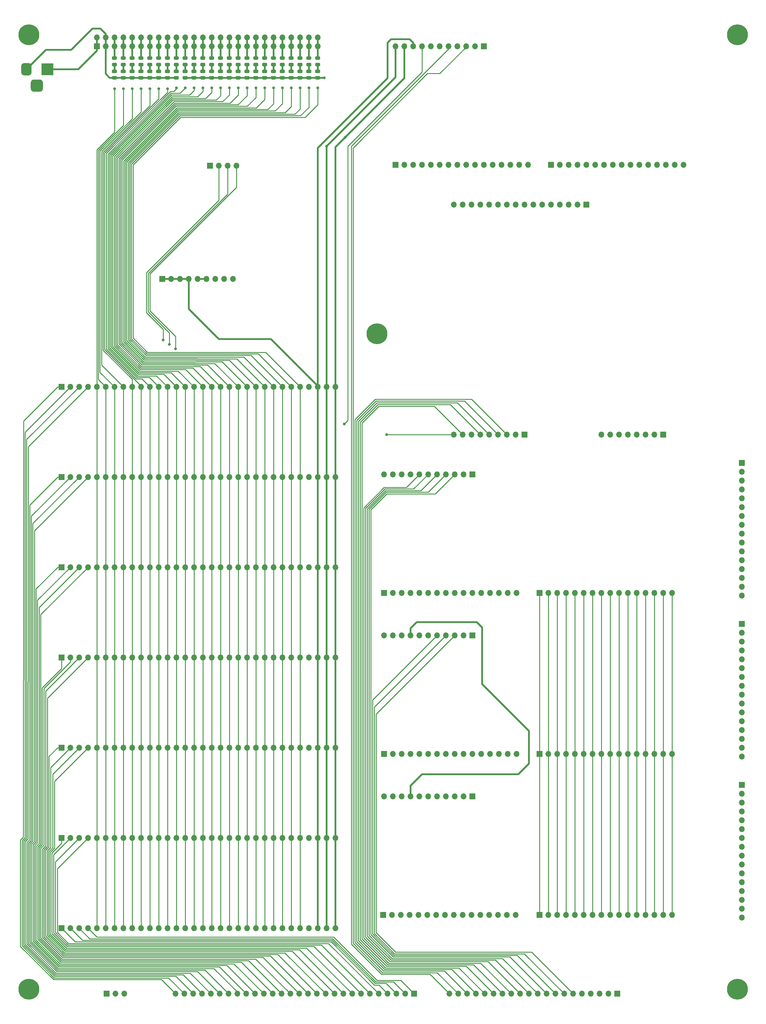
<source format=gbr>
%TF.GenerationSoftware,KiCad,Pcbnew,(5.1.10-1-10_14)*%
%TF.CreationDate,2021-11-26T01:15:21-05:00*%
%TF.ProjectId,FULL-assembly-backplane,46554c4c-2d61-4737-9365-6d626c792d62,rev?*%
%TF.SameCoordinates,Original*%
%TF.FileFunction,Copper,L1,Top*%
%TF.FilePolarity,Positive*%
%FSLAX46Y46*%
G04 Gerber Fmt 4.6, Leading zero omitted, Abs format (unit mm)*
G04 Created by KiCad (PCBNEW (5.1.10-1-10_14)) date 2021-11-26 01:15:21*
%MOMM*%
%LPD*%
G01*
G04 APERTURE LIST*
%TA.AperFunction,ComponentPad*%
%ADD10O,1.700000X1.700000*%
%TD*%
%TA.AperFunction,ComponentPad*%
%ADD11R,1.700000X1.700000*%
%TD*%
%TA.AperFunction,ComponentPad*%
%ADD12C,6.000000*%
%TD*%
%TA.AperFunction,ComponentPad*%
%ADD13C,0.800000*%
%TD*%
%TA.AperFunction,ComponentPad*%
%ADD14R,3.500000X3.500000*%
%TD*%
%TA.AperFunction,ViaPad*%
%ADD15C,0.800000*%
%TD*%
%TA.AperFunction,Conductor*%
%ADD16C,0.500000*%
%TD*%
%TA.AperFunction,Conductor*%
%ADD17C,0.250000*%
%TD*%
G04 APERTURE END LIST*
D10*
%TO.P,J24,3*%
%TO.N,~CLOCK*%
X139954000Y-270764000D03*
%TO.P,J24,2*%
%TO.N,CLOCK*%
X137414000Y-270764000D03*
D11*
%TO.P,J24,1*%
%TO.N,FREQ_IN*%
X134874000Y-270764000D03*
%TD*%
D10*
%TO.P,J2,20*%
%TO.N,~MAR_LD*%
X233426000Y-270764000D03*
%TO.P,J2,19*%
%TO.N,~MAR_ADDR*%
X235966000Y-270764000D03*
%TO.P,J2,18*%
%TO.N,~WE*%
X238506000Y-270764000D03*
%TO.P,J2,17*%
%TO.N,~OE*%
X241046000Y-270764000D03*
%TO.P,J2,16*%
%TO.N,~CS*%
X243586000Y-270764000D03*
%TO.P,J2,15*%
%TO.N,~DS*%
X246126000Y-270764000D03*
%TO.P,J2,14*%
%TO.N,MODE*%
X248666000Y-270764000D03*
%TO.P,J2,13*%
%TO.N,SP_DEC*%
X251206000Y-270764000D03*
%TO.P,J2,12*%
%TO.N,SP_INC*%
X253746000Y-270764000D03*
%TO.P,J2,11*%
%TO.N,~LD_STACK_P*%
X256286000Y-270764000D03*
%TO.P,J2,10*%
%TO.N,~SP_BO*%
X258826000Y-270764000D03*
%TO.P,J2,9*%
%TO.N,~SP_ADDR*%
X261366000Y-270764000D03*
%TO.P,J2,8*%
%TO.N,~IN_LD*%
X263906000Y-270764000D03*
%TO.P,J2,7*%
%TO.N,~IN_BO*%
X266446000Y-270764000D03*
%TO.P,J2,6*%
%TO.N,~IN_ADDR*%
X268986000Y-270764000D03*
%TO.P,J2,5*%
%TO.N,PC_DEC*%
X271526000Y-270764000D03*
%TO.P,J2,4*%
%TO.N,PC_INC*%
X274066000Y-270764000D03*
%TO.P,J2,3*%
%TO.N,~PC_LD*%
X276606000Y-270764000D03*
%TO.P,J2,2*%
%TO.N,~PC_BO*%
X279146000Y-270764000D03*
D11*
%TO.P,J2,1*%
%TO.N,~PC_ADDR*%
X281686000Y-270764000D03*
%TD*%
%TO.P,R24,2*%
%TO.N,GND*%
%TA.AperFunction,SMDPad,CuDef*%
G36*
G01*
X195129999Y-7258000D02*
X196030001Y-7258000D01*
G75*
G02*
X196280000Y-7507999I0J-249999D01*
G01*
X196280000Y-8033001D01*
G75*
G02*
X196030001Y-8283000I-249999J0D01*
G01*
X195129999Y-8283000D01*
G75*
G02*
X194880000Y-8033001I0J249999D01*
G01*
X194880000Y-7507999D01*
G75*
G02*
X195129999Y-7258000I249999J0D01*
G01*
G37*
%TD.AperFunction*%
%TO.P,R24,1*%
%TO.N,Net-(D24-Pad1)*%
%TA.AperFunction,SMDPad,CuDef*%
G36*
G01*
X195129999Y-5433000D02*
X196030001Y-5433000D01*
G75*
G02*
X196280000Y-5682999I0J-249999D01*
G01*
X196280000Y-6208001D01*
G75*
G02*
X196030001Y-6458000I-249999J0D01*
G01*
X195129999Y-6458000D01*
G75*
G02*
X194880000Y-6208001I0J249999D01*
G01*
X194880000Y-5682999D01*
G75*
G02*
X195129999Y-5433000I249999J0D01*
G01*
G37*
%TD.AperFunction*%
%TD*%
%TO.P,R23,2*%
%TO.N,GND*%
%TA.AperFunction,SMDPad,CuDef*%
G36*
G01*
X192589999Y-7258000D02*
X193490001Y-7258000D01*
G75*
G02*
X193740000Y-7507999I0J-249999D01*
G01*
X193740000Y-8033001D01*
G75*
G02*
X193490001Y-8283000I-249999J0D01*
G01*
X192589999Y-8283000D01*
G75*
G02*
X192340000Y-8033001I0J249999D01*
G01*
X192340000Y-7507999D01*
G75*
G02*
X192589999Y-7258000I249999J0D01*
G01*
G37*
%TD.AperFunction*%
%TO.P,R23,1*%
%TO.N,Net-(D23-Pad1)*%
%TA.AperFunction,SMDPad,CuDef*%
G36*
G01*
X192589999Y-5433000D02*
X193490001Y-5433000D01*
G75*
G02*
X193740000Y-5682999I0J-249999D01*
G01*
X193740000Y-6208001D01*
G75*
G02*
X193490001Y-6458000I-249999J0D01*
G01*
X192589999Y-6458000D01*
G75*
G02*
X192340000Y-6208001I0J249999D01*
G01*
X192340000Y-5682999D01*
G75*
G02*
X192589999Y-5433000I249999J0D01*
G01*
G37*
%TD.AperFunction*%
%TD*%
%TO.P,R22,2*%
%TO.N,GND*%
%TA.AperFunction,SMDPad,CuDef*%
G36*
G01*
X190049999Y-7258000D02*
X190950001Y-7258000D01*
G75*
G02*
X191200000Y-7507999I0J-249999D01*
G01*
X191200000Y-8033001D01*
G75*
G02*
X190950001Y-8283000I-249999J0D01*
G01*
X190049999Y-8283000D01*
G75*
G02*
X189800000Y-8033001I0J249999D01*
G01*
X189800000Y-7507999D01*
G75*
G02*
X190049999Y-7258000I249999J0D01*
G01*
G37*
%TD.AperFunction*%
%TO.P,R22,1*%
%TO.N,Net-(D22-Pad1)*%
%TA.AperFunction,SMDPad,CuDef*%
G36*
G01*
X190049999Y-5433000D02*
X190950001Y-5433000D01*
G75*
G02*
X191200000Y-5682999I0J-249999D01*
G01*
X191200000Y-6208001D01*
G75*
G02*
X190950001Y-6458000I-249999J0D01*
G01*
X190049999Y-6458000D01*
G75*
G02*
X189800000Y-6208001I0J249999D01*
G01*
X189800000Y-5682999D01*
G75*
G02*
X190049999Y-5433000I249999J0D01*
G01*
G37*
%TD.AperFunction*%
%TD*%
%TO.P,R21,2*%
%TO.N,GND*%
%TA.AperFunction,SMDPad,CuDef*%
G36*
G01*
X187509999Y-7258000D02*
X188410001Y-7258000D01*
G75*
G02*
X188660000Y-7507999I0J-249999D01*
G01*
X188660000Y-8033001D01*
G75*
G02*
X188410001Y-8283000I-249999J0D01*
G01*
X187509999Y-8283000D01*
G75*
G02*
X187260000Y-8033001I0J249999D01*
G01*
X187260000Y-7507999D01*
G75*
G02*
X187509999Y-7258000I249999J0D01*
G01*
G37*
%TD.AperFunction*%
%TO.P,R21,1*%
%TO.N,Net-(D21-Pad1)*%
%TA.AperFunction,SMDPad,CuDef*%
G36*
G01*
X187509999Y-5433000D02*
X188410001Y-5433000D01*
G75*
G02*
X188660000Y-5682999I0J-249999D01*
G01*
X188660000Y-6208001D01*
G75*
G02*
X188410001Y-6458000I-249999J0D01*
G01*
X187509999Y-6458000D01*
G75*
G02*
X187260000Y-6208001I0J249999D01*
G01*
X187260000Y-5682999D01*
G75*
G02*
X187509999Y-5433000I249999J0D01*
G01*
G37*
%TD.AperFunction*%
%TD*%
%TO.P,R20,2*%
%TO.N,GND*%
%TA.AperFunction,SMDPad,CuDef*%
G36*
G01*
X184969999Y-7258000D02*
X185870001Y-7258000D01*
G75*
G02*
X186120000Y-7507999I0J-249999D01*
G01*
X186120000Y-8033001D01*
G75*
G02*
X185870001Y-8283000I-249999J0D01*
G01*
X184969999Y-8283000D01*
G75*
G02*
X184720000Y-8033001I0J249999D01*
G01*
X184720000Y-7507999D01*
G75*
G02*
X184969999Y-7258000I249999J0D01*
G01*
G37*
%TD.AperFunction*%
%TO.P,R20,1*%
%TO.N,Net-(D20-Pad1)*%
%TA.AperFunction,SMDPad,CuDef*%
G36*
G01*
X184969999Y-5433000D02*
X185870001Y-5433000D01*
G75*
G02*
X186120000Y-5682999I0J-249999D01*
G01*
X186120000Y-6208001D01*
G75*
G02*
X185870001Y-6458000I-249999J0D01*
G01*
X184969999Y-6458000D01*
G75*
G02*
X184720000Y-6208001I0J249999D01*
G01*
X184720000Y-5682999D01*
G75*
G02*
X184969999Y-5433000I249999J0D01*
G01*
G37*
%TD.AperFunction*%
%TD*%
%TO.P,R19,2*%
%TO.N,GND*%
%TA.AperFunction,SMDPad,CuDef*%
G36*
G01*
X182429999Y-7258000D02*
X183330001Y-7258000D01*
G75*
G02*
X183580000Y-7507999I0J-249999D01*
G01*
X183580000Y-8033001D01*
G75*
G02*
X183330001Y-8283000I-249999J0D01*
G01*
X182429999Y-8283000D01*
G75*
G02*
X182180000Y-8033001I0J249999D01*
G01*
X182180000Y-7507999D01*
G75*
G02*
X182429999Y-7258000I249999J0D01*
G01*
G37*
%TD.AperFunction*%
%TO.P,R19,1*%
%TO.N,Net-(D19-Pad1)*%
%TA.AperFunction,SMDPad,CuDef*%
G36*
G01*
X182429999Y-5433000D02*
X183330001Y-5433000D01*
G75*
G02*
X183580000Y-5682999I0J-249999D01*
G01*
X183580000Y-6208001D01*
G75*
G02*
X183330001Y-6458000I-249999J0D01*
G01*
X182429999Y-6458000D01*
G75*
G02*
X182180000Y-6208001I0J249999D01*
G01*
X182180000Y-5682999D01*
G75*
G02*
X182429999Y-5433000I249999J0D01*
G01*
G37*
%TD.AperFunction*%
%TD*%
%TO.P,R18,2*%
%TO.N,GND*%
%TA.AperFunction,SMDPad,CuDef*%
G36*
G01*
X179889999Y-7258000D02*
X180790001Y-7258000D01*
G75*
G02*
X181040000Y-7507999I0J-249999D01*
G01*
X181040000Y-8033001D01*
G75*
G02*
X180790001Y-8283000I-249999J0D01*
G01*
X179889999Y-8283000D01*
G75*
G02*
X179640000Y-8033001I0J249999D01*
G01*
X179640000Y-7507999D01*
G75*
G02*
X179889999Y-7258000I249999J0D01*
G01*
G37*
%TD.AperFunction*%
%TO.P,R18,1*%
%TO.N,Net-(D18-Pad1)*%
%TA.AperFunction,SMDPad,CuDef*%
G36*
G01*
X179889999Y-5433000D02*
X180790001Y-5433000D01*
G75*
G02*
X181040000Y-5682999I0J-249999D01*
G01*
X181040000Y-6208001D01*
G75*
G02*
X180790001Y-6458000I-249999J0D01*
G01*
X179889999Y-6458000D01*
G75*
G02*
X179640000Y-6208001I0J249999D01*
G01*
X179640000Y-5682999D01*
G75*
G02*
X179889999Y-5433000I249999J0D01*
G01*
G37*
%TD.AperFunction*%
%TD*%
%TO.P,R17,2*%
%TO.N,GND*%
%TA.AperFunction,SMDPad,CuDef*%
G36*
G01*
X177349999Y-7258000D02*
X178250001Y-7258000D01*
G75*
G02*
X178500000Y-7507999I0J-249999D01*
G01*
X178500000Y-8033001D01*
G75*
G02*
X178250001Y-8283000I-249999J0D01*
G01*
X177349999Y-8283000D01*
G75*
G02*
X177100000Y-8033001I0J249999D01*
G01*
X177100000Y-7507999D01*
G75*
G02*
X177349999Y-7258000I249999J0D01*
G01*
G37*
%TD.AperFunction*%
%TO.P,R17,1*%
%TO.N,Net-(D17-Pad1)*%
%TA.AperFunction,SMDPad,CuDef*%
G36*
G01*
X177349999Y-5433000D02*
X178250001Y-5433000D01*
G75*
G02*
X178500000Y-5682999I0J-249999D01*
G01*
X178500000Y-6208001D01*
G75*
G02*
X178250001Y-6458000I-249999J0D01*
G01*
X177349999Y-6458000D01*
G75*
G02*
X177100000Y-6208001I0J249999D01*
G01*
X177100000Y-5682999D01*
G75*
G02*
X177349999Y-5433000I249999J0D01*
G01*
G37*
%TD.AperFunction*%
%TD*%
%TO.P,R16,2*%
%TO.N,GND*%
%TA.AperFunction,SMDPad,CuDef*%
G36*
G01*
X174809999Y-7258000D02*
X175710001Y-7258000D01*
G75*
G02*
X175960000Y-7507999I0J-249999D01*
G01*
X175960000Y-8033001D01*
G75*
G02*
X175710001Y-8283000I-249999J0D01*
G01*
X174809999Y-8283000D01*
G75*
G02*
X174560000Y-8033001I0J249999D01*
G01*
X174560000Y-7507999D01*
G75*
G02*
X174809999Y-7258000I249999J0D01*
G01*
G37*
%TD.AperFunction*%
%TO.P,R16,1*%
%TO.N,Net-(D16-Pad1)*%
%TA.AperFunction,SMDPad,CuDef*%
G36*
G01*
X174809999Y-5433000D02*
X175710001Y-5433000D01*
G75*
G02*
X175960000Y-5682999I0J-249999D01*
G01*
X175960000Y-6208001D01*
G75*
G02*
X175710001Y-6458000I-249999J0D01*
G01*
X174809999Y-6458000D01*
G75*
G02*
X174560000Y-6208001I0J249999D01*
G01*
X174560000Y-5682999D01*
G75*
G02*
X174809999Y-5433000I249999J0D01*
G01*
G37*
%TD.AperFunction*%
%TD*%
%TO.P,R15,2*%
%TO.N,GND*%
%TA.AperFunction,SMDPad,CuDef*%
G36*
G01*
X172269999Y-7258000D02*
X173170001Y-7258000D01*
G75*
G02*
X173420000Y-7507999I0J-249999D01*
G01*
X173420000Y-8033001D01*
G75*
G02*
X173170001Y-8283000I-249999J0D01*
G01*
X172269999Y-8283000D01*
G75*
G02*
X172020000Y-8033001I0J249999D01*
G01*
X172020000Y-7507999D01*
G75*
G02*
X172269999Y-7258000I249999J0D01*
G01*
G37*
%TD.AperFunction*%
%TO.P,R15,1*%
%TO.N,Net-(D15-Pad1)*%
%TA.AperFunction,SMDPad,CuDef*%
G36*
G01*
X172269999Y-5433000D02*
X173170001Y-5433000D01*
G75*
G02*
X173420000Y-5682999I0J-249999D01*
G01*
X173420000Y-6208001D01*
G75*
G02*
X173170001Y-6458000I-249999J0D01*
G01*
X172269999Y-6458000D01*
G75*
G02*
X172020000Y-6208001I0J249999D01*
G01*
X172020000Y-5682999D01*
G75*
G02*
X172269999Y-5433000I249999J0D01*
G01*
G37*
%TD.AperFunction*%
%TD*%
%TO.P,R14,2*%
%TO.N,GND*%
%TA.AperFunction,SMDPad,CuDef*%
G36*
G01*
X169729999Y-7258000D02*
X170630001Y-7258000D01*
G75*
G02*
X170880000Y-7507999I0J-249999D01*
G01*
X170880000Y-8033001D01*
G75*
G02*
X170630001Y-8283000I-249999J0D01*
G01*
X169729999Y-8283000D01*
G75*
G02*
X169480000Y-8033001I0J249999D01*
G01*
X169480000Y-7507999D01*
G75*
G02*
X169729999Y-7258000I249999J0D01*
G01*
G37*
%TD.AperFunction*%
%TO.P,R14,1*%
%TO.N,Net-(D14-Pad1)*%
%TA.AperFunction,SMDPad,CuDef*%
G36*
G01*
X169729999Y-5433000D02*
X170630001Y-5433000D01*
G75*
G02*
X170880000Y-5682999I0J-249999D01*
G01*
X170880000Y-6208001D01*
G75*
G02*
X170630001Y-6458000I-249999J0D01*
G01*
X169729999Y-6458000D01*
G75*
G02*
X169480000Y-6208001I0J249999D01*
G01*
X169480000Y-5682999D01*
G75*
G02*
X169729999Y-5433000I249999J0D01*
G01*
G37*
%TD.AperFunction*%
%TD*%
%TO.P,R13,2*%
%TO.N,GND*%
%TA.AperFunction,SMDPad,CuDef*%
G36*
G01*
X167189999Y-7258000D02*
X168090001Y-7258000D01*
G75*
G02*
X168340000Y-7507999I0J-249999D01*
G01*
X168340000Y-8033001D01*
G75*
G02*
X168090001Y-8283000I-249999J0D01*
G01*
X167189999Y-8283000D01*
G75*
G02*
X166940000Y-8033001I0J249999D01*
G01*
X166940000Y-7507999D01*
G75*
G02*
X167189999Y-7258000I249999J0D01*
G01*
G37*
%TD.AperFunction*%
%TO.P,R13,1*%
%TO.N,Net-(D13-Pad1)*%
%TA.AperFunction,SMDPad,CuDef*%
G36*
G01*
X167189999Y-5433000D02*
X168090001Y-5433000D01*
G75*
G02*
X168340000Y-5682999I0J-249999D01*
G01*
X168340000Y-6208001D01*
G75*
G02*
X168090001Y-6458000I-249999J0D01*
G01*
X167189999Y-6458000D01*
G75*
G02*
X166940000Y-6208001I0J249999D01*
G01*
X166940000Y-5682999D01*
G75*
G02*
X167189999Y-5433000I249999J0D01*
G01*
G37*
%TD.AperFunction*%
%TD*%
%TO.P,R12,2*%
%TO.N,GND*%
%TA.AperFunction,SMDPad,CuDef*%
G36*
G01*
X164649999Y-7258000D02*
X165550001Y-7258000D01*
G75*
G02*
X165800000Y-7507999I0J-249999D01*
G01*
X165800000Y-8033001D01*
G75*
G02*
X165550001Y-8283000I-249999J0D01*
G01*
X164649999Y-8283000D01*
G75*
G02*
X164400000Y-8033001I0J249999D01*
G01*
X164400000Y-7507999D01*
G75*
G02*
X164649999Y-7258000I249999J0D01*
G01*
G37*
%TD.AperFunction*%
%TO.P,R12,1*%
%TO.N,Net-(D12-Pad1)*%
%TA.AperFunction,SMDPad,CuDef*%
G36*
G01*
X164649999Y-5433000D02*
X165550001Y-5433000D01*
G75*
G02*
X165800000Y-5682999I0J-249999D01*
G01*
X165800000Y-6208001D01*
G75*
G02*
X165550001Y-6458000I-249999J0D01*
G01*
X164649999Y-6458000D01*
G75*
G02*
X164400000Y-6208001I0J249999D01*
G01*
X164400000Y-5682999D01*
G75*
G02*
X164649999Y-5433000I249999J0D01*
G01*
G37*
%TD.AperFunction*%
%TD*%
%TO.P,R11,2*%
%TO.N,GND*%
%TA.AperFunction,SMDPad,CuDef*%
G36*
G01*
X162109999Y-7258000D02*
X163010001Y-7258000D01*
G75*
G02*
X163260000Y-7507999I0J-249999D01*
G01*
X163260000Y-8033001D01*
G75*
G02*
X163010001Y-8283000I-249999J0D01*
G01*
X162109999Y-8283000D01*
G75*
G02*
X161860000Y-8033001I0J249999D01*
G01*
X161860000Y-7507999D01*
G75*
G02*
X162109999Y-7258000I249999J0D01*
G01*
G37*
%TD.AperFunction*%
%TO.P,R11,1*%
%TO.N,Net-(D11-Pad1)*%
%TA.AperFunction,SMDPad,CuDef*%
G36*
G01*
X162109999Y-5433000D02*
X163010001Y-5433000D01*
G75*
G02*
X163260000Y-5682999I0J-249999D01*
G01*
X163260000Y-6208001D01*
G75*
G02*
X163010001Y-6458000I-249999J0D01*
G01*
X162109999Y-6458000D01*
G75*
G02*
X161860000Y-6208001I0J249999D01*
G01*
X161860000Y-5682999D01*
G75*
G02*
X162109999Y-5433000I249999J0D01*
G01*
G37*
%TD.AperFunction*%
%TD*%
%TO.P,R10,2*%
%TO.N,GND*%
%TA.AperFunction,SMDPad,CuDef*%
G36*
G01*
X159569999Y-7258000D02*
X160470001Y-7258000D01*
G75*
G02*
X160720000Y-7507999I0J-249999D01*
G01*
X160720000Y-8033001D01*
G75*
G02*
X160470001Y-8283000I-249999J0D01*
G01*
X159569999Y-8283000D01*
G75*
G02*
X159320000Y-8033001I0J249999D01*
G01*
X159320000Y-7507999D01*
G75*
G02*
X159569999Y-7258000I249999J0D01*
G01*
G37*
%TD.AperFunction*%
%TO.P,R10,1*%
%TO.N,Net-(D10-Pad1)*%
%TA.AperFunction,SMDPad,CuDef*%
G36*
G01*
X159569999Y-5433000D02*
X160470001Y-5433000D01*
G75*
G02*
X160720000Y-5682999I0J-249999D01*
G01*
X160720000Y-6208001D01*
G75*
G02*
X160470001Y-6458000I-249999J0D01*
G01*
X159569999Y-6458000D01*
G75*
G02*
X159320000Y-6208001I0J249999D01*
G01*
X159320000Y-5682999D01*
G75*
G02*
X159569999Y-5433000I249999J0D01*
G01*
G37*
%TD.AperFunction*%
%TD*%
%TO.P,R9,2*%
%TO.N,GND*%
%TA.AperFunction,SMDPad,CuDef*%
G36*
G01*
X157029999Y-7258000D02*
X157930001Y-7258000D01*
G75*
G02*
X158180000Y-7507999I0J-249999D01*
G01*
X158180000Y-8033001D01*
G75*
G02*
X157930001Y-8283000I-249999J0D01*
G01*
X157029999Y-8283000D01*
G75*
G02*
X156780000Y-8033001I0J249999D01*
G01*
X156780000Y-7507999D01*
G75*
G02*
X157029999Y-7258000I249999J0D01*
G01*
G37*
%TD.AperFunction*%
%TO.P,R9,1*%
%TO.N,Net-(D9-Pad1)*%
%TA.AperFunction,SMDPad,CuDef*%
G36*
G01*
X157029999Y-5433000D02*
X157930001Y-5433000D01*
G75*
G02*
X158180000Y-5682999I0J-249999D01*
G01*
X158180000Y-6208001D01*
G75*
G02*
X157930001Y-6458000I-249999J0D01*
G01*
X157029999Y-6458000D01*
G75*
G02*
X156780000Y-6208001I0J249999D01*
G01*
X156780000Y-5682999D01*
G75*
G02*
X157029999Y-5433000I249999J0D01*
G01*
G37*
%TD.AperFunction*%
%TD*%
%TO.P,D24,2*%
%TO.N,M7*%
%TA.AperFunction,SMDPad,CuDef*%
G36*
G01*
X196036250Y-2598000D02*
X195123750Y-2598000D01*
G75*
G02*
X194880000Y-2354250I0J243750D01*
G01*
X194880000Y-1866750D01*
G75*
G02*
X195123750Y-1623000I243750J0D01*
G01*
X196036250Y-1623000D01*
G75*
G02*
X196280000Y-1866750I0J-243750D01*
G01*
X196280000Y-2354250D01*
G75*
G02*
X196036250Y-2598000I-243750J0D01*
G01*
G37*
%TD.AperFunction*%
%TO.P,D24,1*%
%TO.N,Net-(D24-Pad1)*%
%TA.AperFunction,SMDPad,CuDef*%
G36*
G01*
X196036250Y-4473000D02*
X195123750Y-4473000D01*
G75*
G02*
X194880000Y-4229250I0J243750D01*
G01*
X194880000Y-3741750D01*
G75*
G02*
X195123750Y-3498000I243750J0D01*
G01*
X196036250Y-3498000D01*
G75*
G02*
X196280000Y-3741750I0J-243750D01*
G01*
X196280000Y-4229250D01*
G75*
G02*
X196036250Y-4473000I-243750J0D01*
G01*
G37*
%TD.AperFunction*%
%TD*%
%TO.P,D23,2*%
%TO.N,M6*%
%TA.AperFunction,SMDPad,CuDef*%
G36*
G01*
X193496250Y-2598000D02*
X192583750Y-2598000D01*
G75*
G02*
X192340000Y-2354250I0J243750D01*
G01*
X192340000Y-1866750D01*
G75*
G02*
X192583750Y-1623000I243750J0D01*
G01*
X193496250Y-1623000D01*
G75*
G02*
X193740000Y-1866750I0J-243750D01*
G01*
X193740000Y-2354250D01*
G75*
G02*
X193496250Y-2598000I-243750J0D01*
G01*
G37*
%TD.AperFunction*%
%TO.P,D23,1*%
%TO.N,Net-(D23-Pad1)*%
%TA.AperFunction,SMDPad,CuDef*%
G36*
G01*
X193496250Y-4473000D02*
X192583750Y-4473000D01*
G75*
G02*
X192340000Y-4229250I0J243750D01*
G01*
X192340000Y-3741750D01*
G75*
G02*
X192583750Y-3498000I243750J0D01*
G01*
X193496250Y-3498000D01*
G75*
G02*
X193740000Y-3741750I0J-243750D01*
G01*
X193740000Y-4229250D01*
G75*
G02*
X193496250Y-4473000I-243750J0D01*
G01*
G37*
%TD.AperFunction*%
%TD*%
%TO.P,D22,2*%
%TO.N,M5*%
%TA.AperFunction,SMDPad,CuDef*%
G36*
G01*
X190956250Y-2598000D02*
X190043750Y-2598000D01*
G75*
G02*
X189800000Y-2354250I0J243750D01*
G01*
X189800000Y-1866750D01*
G75*
G02*
X190043750Y-1623000I243750J0D01*
G01*
X190956250Y-1623000D01*
G75*
G02*
X191200000Y-1866750I0J-243750D01*
G01*
X191200000Y-2354250D01*
G75*
G02*
X190956250Y-2598000I-243750J0D01*
G01*
G37*
%TD.AperFunction*%
%TO.P,D22,1*%
%TO.N,Net-(D22-Pad1)*%
%TA.AperFunction,SMDPad,CuDef*%
G36*
G01*
X190956250Y-4473000D02*
X190043750Y-4473000D01*
G75*
G02*
X189800000Y-4229250I0J243750D01*
G01*
X189800000Y-3741750D01*
G75*
G02*
X190043750Y-3498000I243750J0D01*
G01*
X190956250Y-3498000D01*
G75*
G02*
X191200000Y-3741750I0J-243750D01*
G01*
X191200000Y-4229250D01*
G75*
G02*
X190956250Y-4473000I-243750J0D01*
G01*
G37*
%TD.AperFunction*%
%TD*%
%TO.P,D21,2*%
%TO.N,M4*%
%TA.AperFunction,SMDPad,CuDef*%
G36*
G01*
X188416250Y-2598000D02*
X187503750Y-2598000D01*
G75*
G02*
X187260000Y-2354250I0J243750D01*
G01*
X187260000Y-1866750D01*
G75*
G02*
X187503750Y-1623000I243750J0D01*
G01*
X188416250Y-1623000D01*
G75*
G02*
X188660000Y-1866750I0J-243750D01*
G01*
X188660000Y-2354250D01*
G75*
G02*
X188416250Y-2598000I-243750J0D01*
G01*
G37*
%TD.AperFunction*%
%TO.P,D21,1*%
%TO.N,Net-(D21-Pad1)*%
%TA.AperFunction,SMDPad,CuDef*%
G36*
G01*
X188416250Y-4473000D02*
X187503750Y-4473000D01*
G75*
G02*
X187260000Y-4229250I0J243750D01*
G01*
X187260000Y-3741750D01*
G75*
G02*
X187503750Y-3498000I243750J0D01*
G01*
X188416250Y-3498000D01*
G75*
G02*
X188660000Y-3741750I0J-243750D01*
G01*
X188660000Y-4229250D01*
G75*
G02*
X188416250Y-4473000I-243750J0D01*
G01*
G37*
%TD.AperFunction*%
%TD*%
%TO.P,D20,2*%
%TO.N,M3*%
%TA.AperFunction,SMDPad,CuDef*%
G36*
G01*
X185876250Y-2598000D02*
X184963750Y-2598000D01*
G75*
G02*
X184720000Y-2354250I0J243750D01*
G01*
X184720000Y-1866750D01*
G75*
G02*
X184963750Y-1623000I243750J0D01*
G01*
X185876250Y-1623000D01*
G75*
G02*
X186120000Y-1866750I0J-243750D01*
G01*
X186120000Y-2354250D01*
G75*
G02*
X185876250Y-2598000I-243750J0D01*
G01*
G37*
%TD.AperFunction*%
%TO.P,D20,1*%
%TO.N,Net-(D20-Pad1)*%
%TA.AperFunction,SMDPad,CuDef*%
G36*
G01*
X185876250Y-4473000D02*
X184963750Y-4473000D01*
G75*
G02*
X184720000Y-4229250I0J243750D01*
G01*
X184720000Y-3741750D01*
G75*
G02*
X184963750Y-3498000I243750J0D01*
G01*
X185876250Y-3498000D01*
G75*
G02*
X186120000Y-3741750I0J-243750D01*
G01*
X186120000Y-4229250D01*
G75*
G02*
X185876250Y-4473000I-243750J0D01*
G01*
G37*
%TD.AperFunction*%
%TD*%
%TO.P,D19,2*%
%TO.N,M2*%
%TA.AperFunction,SMDPad,CuDef*%
G36*
G01*
X183336250Y-2598000D02*
X182423750Y-2598000D01*
G75*
G02*
X182180000Y-2354250I0J243750D01*
G01*
X182180000Y-1866750D01*
G75*
G02*
X182423750Y-1623000I243750J0D01*
G01*
X183336250Y-1623000D01*
G75*
G02*
X183580000Y-1866750I0J-243750D01*
G01*
X183580000Y-2354250D01*
G75*
G02*
X183336250Y-2598000I-243750J0D01*
G01*
G37*
%TD.AperFunction*%
%TO.P,D19,1*%
%TO.N,Net-(D19-Pad1)*%
%TA.AperFunction,SMDPad,CuDef*%
G36*
G01*
X183336250Y-4473000D02*
X182423750Y-4473000D01*
G75*
G02*
X182180000Y-4229250I0J243750D01*
G01*
X182180000Y-3741750D01*
G75*
G02*
X182423750Y-3498000I243750J0D01*
G01*
X183336250Y-3498000D01*
G75*
G02*
X183580000Y-3741750I0J-243750D01*
G01*
X183580000Y-4229250D01*
G75*
G02*
X183336250Y-4473000I-243750J0D01*
G01*
G37*
%TD.AperFunction*%
%TD*%
%TO.P,D18,2*%
%TO.N,M1*%
%TA.AperFunction,SMDPad,CuDef*%
G36*
G01*
X180796250Y-2598000D02*
X179883750Y-2598000D01*
G75*
G02*
X179640000Y-2354250I0J243750D01*
G01*
X179640000Y-1866750D01*
G75*
G02*
X179883750Y-1623000I243750J0D01*
G01*
X180796250Y-1623000D01*
G75*
G02*
X181040000Y-1866750I0J-243750D01*
G01*
X181040000Y-2354250D01*
G75*
G02*
X180796250Y-2598000I-243750J0D01*
G01*
G37*
%TD.AperFunction*%
%TO.P,D18,1*%
%TO.N,Net-(D18-Pad1)*%
%TA.AperFunction,SMDPad,CuDef*%
G36*
G01*
X180796250Y-4473000D02*
X179883750Y-4473000D01*
G75*
G02*
X179640000Y-4229250I0J243750D01*
G01*
X179640000Y-3741750D01*
G75*
G02*
X179883750Y-3498000I243750J0D01*
G01*
X180796250Y-3498000D01*
G75*
G02*
X181040000Y-3741750I0J-243750D01*
G01*
X181040000Y-4229250D01*
G75*
G02*
X180796250Y-4473000I-243750J0D01*
G01*
G37*
%TD.AperFunction*%
%TD*%
%TO.P,D17,2*%
%TO.N,M0*%
%TA.AperFunction,SMDPad,CuDef*%
G36*
G01*
X178256250Y-2598000D02*
X177343750Y-2598000D01*
G75*
G02*
X177100000Y-2354250I0J243750D01*
G01*
X177100000Y-1866750D01*
G75*
G02*
X177343750Y-1623000I243750J0D01*
G01*
X178256250Y-1623000D01*
G75*
G02*
X178500000Y-1866750I0J-243750D01*
G01*
X178500000Y-2354250D01*
G75*
G02*
X178256250Y-2598000I-243750J0D01*
G01*
G37*
%TD.AperFunction*%
%TO.P,D17,1*%
%TO.N,Net-(D17-Pad1)*%
%TA.AperFunction,SMDPad,CuDef*%
G36*
G01*
X178256250Y-4473000D02*
X177343750Y-4473000D01*
G75*
G02*
X177100000Y-4229250I0J243750D01*
G01*
X177100000Y-3741750D01*
G75*
G02*
X177343750Y-3498000I243750J0D01*
G01*
X178256250Y-3498000D01*
G75*
G02*
X178500000Y-3741750I0J-243750D01*
G01*
X178500000Y-4229250D01*
G75*
G02*
X178256250Y-4473000I-243750J0D01*
G01*
G37*
%TD.AperFunction*%
%TD*%
%TO.P,D16,2*%
%TO.N,L7*%
%TA.AperFunction,SMDPad,CuDef*%
G36*
G01*
X175716250Y-2598000D02*
X174803750Y-2598000D01*
G75*
G02*
X174560000Y-2354250I0J243750D01*
G01*
X174560000Y-1866750D01*
G75*
G02*
X174803750Y-1623000I243750J0D01*
G01*
X175716250Y-1623000D01*
G75*
G02*
X175960000Y-1866750I0J-243750D01*
G01*
X175960000Y-2354250D01*
G75*
G02*
X175716250Y-2598000I-243750J0D01*
G01*
G37*
%TD.AperFunction*%
%TO.P,D16,1*%
%TO.N,Net-(D16-Pad1)*%
%TA.AperFunction,SMDPad,CuDef*%
G36*
G01*
X175716250Y-4473000D02*
X174803750Y-4473000D01*
G75*
G02*
X174560000Y-4229250I0J243750D01*
G01*
X174560000Y-3741750D01*
G75*
G02*
X174803750Y-3498000I243750J0D01*
G01*
X175716250Y-3498000D01*
G75*
G02*
X175960000Y-3741750I0J-243750D01*
G01*
X175960000Y-4229250D01*
G75*
G02*
X175716250Y-4473000I-243750J0D01*
G01*
G37*
%TD.AperFunction*%
%TD*%
%TO.P,D15,2*%
%TO.N,L6*%
%TA.AperFunction,SMDPad,CuDef*%
G36*
G01*
X173176250Y-2598000D02*
X172263750Y-2598000D01*
G75*
G02*
X172020000Y-2354250I0J243750D01*
G01*
X172020000Y-1866750D01*
G75*
G02*
X172263750Y-1623000I243750J0D01*
G01*
X173176250Y-1623000D01*
G75*
G02*
X173420000Y-1866750I0J-243750D01*
G01*
X173420000Y-2354250D01*
G75*
G02*
X173176250Y-2598000I-243750J0D01*
G01*
G37*
%TD.AperFunction*%
%TO.P,D15,1*%
%TO.N,Net-(D15-Pad1)*%
%TA.AperFunction,SMDPad,CuDef*%
G36*
G01*
X173176250Y-4473000D02*
X172263750Y-4473000D01*
G75*
G02*
X172020000Y-4229250I0J243750D01*
G01*
X172020000Y-3741750D01*
G75*
G02*
X172263750Y-3498000I243750J0D01*
G01*
X173176250Y-3498000D01*
G75*
G02*
X173420000Y-3741750I0J-243750D01*
G01*
X173420000Y-4229250D01*
G75*
G02*
X173176250Y-4473000I-243750J0D01*
G01*
G37*
%TD.AperFunction*%
%TD*%
%TO.P,D14,2*%
%TO.N,L5*%
%TA.AperFunction,SMDPad,CuDef*%
G36*
G01*
X170636250Y-2598000D02*
X169723750Y-2598000D01*
G75*
G02*
X169480000Y-2354250I0J243750D01*
G01*
X169480000Y-1866750D01*
G75*
G02*
X169723750Y-1623000I243750J0D01*
G01*
X170636250Y-1623000D01*
G75*
G02*
X170880000Y-1866750I0J-243750D01*
G01*
X170880000Y-2354250D01*
G75*
G02*
X170636250Y-2598000I-243750J0D01*
G01*
G37*
%TD.AperFunction*%
%TO.P,D14,1*%
%TO.N,Net-(D14-Pad1)*%
%TA.AperFunction,SMDPad,CuDef*%
G36*
G01*
X170636250Y-4473000D02*
X169723750Y-4473000D01*
G75*
G02*
X169480000Y-4229250I0J243750D01*
G01*
X169480000Y-3741750D01*
G75*
G02*
X169723750Y-3498000I243750J0D01*
G01*
X170636250Y-3498000D01*
G75*
G02*
X170880000Y-3741750I0J-243750D01*
G01*
X170880000Y-4229250D01*
G75*
G02*
X170636250Y-4473000I-243750J0D01*
G01*
G37*
%TD.AperFunction*%
%TD*%
%TO.P,D13,2*%
%TO.N,L4*%
%TA.AperFunction,SMDPad,CuDef*%
G36*
G01*
X168096250Y-2598000D02*
X167183750Y-2598000D01*
G75*
G02*
X166940000Y-2354250I0J243750D01*
G01*
X166940000Y-1866750D01*
G75*
G02*
X167183750Y-1623000I243750J0D01*
G01*
X168096250Y-1623000D01*
G75*
G02*
X168340000Y-1866750I0J-243750D01*
G01*
X168340000Y-2354250D01*
G75*
G02*
X168096250Y-2598000I-243750J0D01*
G01*
G37*
%TD.AperFunction*%
%TO.P,D13,1*%
%TO.N,Net-(D13-Pad1)*%
%TA.AperFunction,SMDPad,CuDef*%
G36*
G01*
X168096250Y-4473000D02*
X167183750Y-4473000D01*
G75*
G02*
X166940000Y-4229250I0J243750D01*
G01*
X166940000Y-3741750D01*
G75*
G02*
X167183750Y-3498000I243750J0D01*
G01*
X168096250Y-3498000D01*
G75*
G02*
X168340000Y-3741750I0J-243750D01*
G01*
X168340000Y-4229250D01*
G75*
G02*
X168096250Y-4473000I-243750J0D01*
G01*
G37*
%TD.AperFunction*%
%TD*%
%TO.P,D12,2*%
%TO.N,L3*%
%TA.AperFunction,SMDPad,CuDef*%
G36*
G01*
X165556250Y-2598000D02*
X164643750Y-2598000D01*
G75*
G02*
X164400000Y-2354250I0J243750D01*
G01*
X164400000Y-1866750D01*
G75*
G02*
X164643750Y-1623000I243750J0D01*
G01*
X165556250Y-1623000D01*
G75*
G02*
X165800000Y-1866750I0J-243750D01*
G01*
X165800000Y-2354250D01*
G75*
G02*
X165556250Y-2598000I-243750J0D01*
G01*
G37*
%TD.AperFunction*%
%TO.P,D12,1*%
%TO.N,Net-(D12-Pad1)*%
%TA.AperFunction,SMDPad,CuDef*%
G36*
G01*
X165556250Y-4473000D02*
X164643750Y-4473000D01*
G75*
G02*
X164400000Y-4229250I0J243750D01*
G01*
X164400000Y-3741750D01*
G75*
G02*
X164643750Y-3498000I243750J0D01*
G01*
X165556250Y-3498000D01*
G75*
G02*
X165800000Y-3741750I0J-243750D01*
G01*
X165800000Y-4229250D01*
G75*
G02*
X165556250Y-4473000I-243750J0D01*
G01*
G37*
%TD.AperFunction*%
%TD*%
%TO.P,D11,2*%
%TO.N,L2*%
%TA.AperFunction,SMDPad,CuDef*%
G36*
G01*
X163016250Y-2598000D02*
X162103750Y-2598000D01*
G75*
G02*
X161860000Y-2354250I0J243750D01*
G01*
X161860000Y-1866750D01*
G75*
G02*
X162103750Y-1623000I243750J0D01*
G01*
X163016250Y-1623000D01*
G75*
G02*
X163260000Y-1866750I0J-243750D01*
G01*
X163260000Y-2354250D01*
G75*
G02*
X163016250Y-2598000I-243750J0D01*
G01*
G37*
%TD.AperFunction*%
%TO.P,D11,1*%
%TO.N,Net-(D11-Pad1)*%
%TA.AperFunction,SMDPad,CuDef*%
G36*
G01*
X163016250Y-4473000D02*
X162103750Y-4473000D01*
G75*
G02*
X161860000Y-4229250I0J243750D01*
G01*
X161860000Y-3741750D01*
G75*
G02*
X162103750Y-3498000I243750J0D01*
G01*
X163016250Y-3498000D01*
G75*
G02*
X163260000Y-3741750I0J-243750D01*
G01*
X163260000Y-4229250D01*
G75*
G02*
X163016250Y-4473000I-243750J0D01*
G01*
G37*
%TD.AperFunction*%
%TD*%
%TO.P,D10,2*%
%TO.N,L1*%
%TA.AperFunction,SMDPad,CuDef*%
G36*
G01*
X160476250Y-2598000D02*
X159563750Y-2598000D01*
G75*
G02*
X159320000Y-2354250I0J243750D01*
G01*
X159320000Y-1866750D01*
G75*
G02*
X159563750Y-1623000I243750J0D01*
G01*
X160476250Y-1623000D01*
G75*
G02*
X160720000Y-1866750I0J-243750D01*
G01*
X160720000Y-2354250D01*
G75*
G02*
X160476250Y-2598000I-243750J0D01*
G01*
G37*
%TD.AperFunction*%
%TO.P,D10,1*%
%TO.N,Net-(D10-Pad1)*%
%TA.AperFunction,SMDPad,CuDef*%
G36*
G01*
X160476250Y-4473000D02*
X159563750Y-4473000D01*
G75*
G02*
X159320000Y-4229250I0J243750D01*
G01*
X159320000Y-3741750D01*
G75*
G02*
X159563750Y-3498000I243750J0D01*
G01*
X160476250Y-3498000D01*
G75*
G02*
X160720000Y-3741750I0J-243750D01*
G01*
X160720000Y-4229250D01*
G75*
G02*
X160476250Y-4473000I-243750J0D01*
G01*
G37*
%TD.AperFunction*%
%TD*%
%TO.P,D9,2*%
%TO.N,L0*%
%TA.AperFunction,SMDPad,CuDef*%
G36*
G01*
X157936250Y-2598000D02*
X157023750Y-2598000D01*
G75*
G02*
X156780000Y-2354250I0J243750D01*
G01*
X156780000Y-1866750D01*
G75*
G02*
X157023750Y-1623000I243750J0D01*
G01*
X157936250Y-1623000D01*
G75*
G02*
X158180000Y-1866750I0J-243750D01*
G01*
X158180000Y-2354250D01*
G75*
G02*
X157936250Y-2598000I-243750J0D01*
G01*
G37*
%TD.AperFunction*%
%TO.P,D9,1*%
%TO.N,Net-(D9-Pad1)*%
%TA.AperFunction,SMDPad,CuDef*%
G36*
G01*
X157936250Y-4473000D02*
X157023750Y-4473000D01*
G75*
G02*
X156780000Y-4229250I0J243750D01*
G01*
X156780000Y-3741750D01*
G75*
G02*
X157023750Y-3498000I243750J0D01*
G01*
X157936250Y-3498000D01*
G75*
G02*
X158180000Y-3741750I0J-243750D01*
G01*
X158180000Y-4229250D01*
G75*
G02*
X157936250Y-4473000I-243750J0D01*
G01*
G37*
%TD.AperFunction*%
%TD*%
%TO.P,R8,2*%
%TO.N,GND*%
%TA.AperFunction,SMDPad,CuDef*%
G36*
G01*
X154489999Y-7258000D02*
X155390001Y-7258000D01*
G75*
G02*
X155640000Y-7507999I0J-249999D01*
G01*
X155640000Y-8033001D01*
G75*
G02*
X155390001Y-8283000I-249999J0D01*
G01*
X154489999Y-8283000D01*
G75*
G02*
X154240000Y-8033001I0J249999D01*
G01*
X154240000Y-7507999D01*
G75*
G02*
X154489999Y-7258000I249999J0D01*
G01*
G37*
%TD.AperFunction*%
%TO.P,R8,1*%
%TO.N,Net-(D8-Pad1)*%
%TA.AperFunction,SMDPad,CuDef*%
G36*
G01*
X154489999Y-5433000D02*
X155390001Y-5433000D01*
G75*
G02*
X155640000Y-5682999I0J-249999D01*
G01*
X155640000Y-6208001D01*
G75*
G02*
X155390001Y-6458000I-249999J0D01*
G01*
X154489999Y-6458000D01*
G75*
G02*
X154240000Y-6208001I0J249999D01*
G01*
X154240000Y-5682999D01*
G75*
G02*
X154489999Y-5433000I249999J0D01*
G01*
G37*
%TD.AperFunction*%
%TD*%
%TO.P,R7,2*%
%TO.N,GND*%
%TA.AperFunction,SMDPad,CuDef*%
G36*
G01*
X151949999Y-7258000D02*
X152850001Y-7258000D01*
G75*
G02*
X153100000Y-7507999I0J-249999D01*
G01*
X153100000Y-8033001D01*
G75*
G02*
X152850001Y-8283000I-249999J0D01*
G01*
X151949999Y-8283000D01*
G75*
G02*
X151700000Y-8033001I0J249999D01*
G01*
X151700000Y-7507999D01*
G75*
G02*
X151949999Y-7258000I249999J0D01*
G01*
G37*
%TD.AperFunction*%
%TO.P,R7,1*%
%TO.N,Net-(D7-Pad1)*%
%TA.AperFunction,SMDPad,CuDef*%
G36*
G01*
X151949999Y-5433000D02*
X152850001Y-5433000D01*
G75*
G02*
X153100000Y-5682999I0J-249999D01*
G01*
X153100000Y-6208001D01*
G75*
G02*
X152850001Y-6458000I-249999J0D01*
G01*
X151949999Y-6458000D01*
G75*
G02*
X151700000Y-6208001I0J249999D01*
G01*
X151700000Y-5682999D01*
G75*
G02*
X151949999Y-5433000I249999J0D01*
G01*
G37*
%TD.AperFunction*%
%TD*%
%TO.P,R6,2*%
%TO.N,GND*%
%TA.AperFunction,SMDPad,CuDef*%
G36*
G01*
X149409999Y-7258000D02*
X150310001Y-7258000D01*
G75*
G02*
X150560000Y-7507999I0J-249999D01*
G01*
X150560000Y-8033001D01*
G75*
G02*
X150310001Y-8283000I-249999J0D01*
G01*
X149409999Y-8283000D01*
G75*
G02*
X149160000Y-8033001I0J249999D01*
G01*
X149160000Y-7507999D01*
G75*
G02*
X149409999Y-7258000I249999J0D01*
G01*
G37*
%TD.AperFunction*%
%TO.P,R6,1*%
%TO.N,Net-(D6-Pad1)*%
%TA.AperFunction,SMDPad,CuDef*%
G36*
G01*
X149409999Y-5433000D02*
X150310001Y-5433000D01*
G75*
G02*
X150560000Y-5682999I0J-249999D01*
G01*
X150560000Y-6208001D01*
G75*
G02*
X150310001Y-6458000I-249999J0D01*
G01*
X149409999Y-6458000D01*
G75*
G02*
X149160000Y-6208001I0J249999D01*
G01*
X149160000Y-5682999D01*
G75*
G02*
X149409999Y-5433000I249999J0D01*
G01*
G37*
%TD.AperFunction*%
%TD*%
%TO.P,R5,2*%
%TO.N,GND*%
%TA.AperFunction,SMDPad,CuDef*%
G36*
G01*
X146869999Y-7258000D02*
X147770001Y-7258000D01*
G75*
G02*
X148020000Y-7507999I0J-249999D01*
G01*
X148020000Y-8033001D01*
G75*
G02*
X147770001Y-8283000I-249999J0D01*
G01*
X146869999Y-8283000D01*
G75*
G02*
X146620000Y-8033001I0J249999D01*
G01*
X146620000Y-7507999D01*
G75*
G02*
X146869999Y-7258000I249999J0D01*
G01*
G37*
%TD.AperFunction*%
%TO.P,R5,1*%
%TO.N,Net-(D5-Pad1)*%
%TA.AperFunction,SMDPad,CuDef*%
G36*
G01*
X146869999Y-5433000D02*
X147770001Y-5433000D01*
G75*
G02*
X148020000Y-5682999I0J-249999D01*
G01*
X148020000Y-6208001D01*
G75*
G02*
X147770001Y-6458000I-249999J0D01*
G01*
X146869999Y-6458000D01*
G75*
G02*
X146620000Y-6208001I0J249999D01*
G01*
X146620000Y-5682999D01*
G75*
G02*
X146869999Y-5433000I249999J0D01*
G01*
G37*
%TD.AperFunction*%
%TD*%
%TO.P,R4,2*%
%TO.N,GND*%
%TA.AperFunction,SMDPad,CuDef*%
G36*
G01*
X144329999Y-7258000D02*
X145230001Y-7258000D01*
G75*
G02*
X145480000Y-7507999I0J-249999D01*
G01*
X145480000Y-8033001D01*
G75*
G02*
X145230001Y-8283000I-249999J0D01*
G01*
X144329999Y-8283000D01*
G75*
G02*
X144080000Y-8033001I0J249999D01*
G01*
X144080000Y-7507999D01*
G75*
G02*
X144329999Y-7258000I249999J0D01*
G01*
G37*
%TD.AperFunction*%
%TO.P,R4,1*%
%TO.N,Net-(D4-Pad1)*%
%TA.AperFunction,SMDPad,CuDef*%
G36*
G01*
X144329999Y-5433000D02*
X145230001Y-5433000D01*
G75*
G02*
X145480000Y-5682999I0J-249999D01*
G01*
X145480000Y-6208001D01*
G75*
G02*
X145230001Y-6458000I-249999J0D01*
G01*
X144329999Y-6458000D01*
G75*
G02*
X144080000Y-6208001I0J249999D01*
G01*
X144080000Y-5682999D01*
G75*
G02*
X144329999Y-5433000I249999J0D01*
G01*
G37*
%TD.AperFunction*%
%TD*%
%TO.P,R3,2*%
%TO.N,GND*%
%TA.AperFunction,SMDPad,CuDef*%
G36*
G01*
X141789999Y-7258000D02*
X142690001Y-7258000D01*
G75*
G02*
X142940000Y-7507999I0J-249999D01*
G01*
X142940000Y-8033001D01*
G75*
G02*
X142690001Y-8283000I-249999J0D01*
G01*
X141789999Y-8283000D01*
G75*
G02*
X141540000Y-8033001I0J249999D01*
G01*
X141540000Y-7507999D01*
G75*
G02*
X141789999Y-7258000I249999J0D01*
G01*
G37*
%TD.AperFunction*%
%TO.P,R3,1*%
%TO.N,Net-(D3-Pad1)*%
%TA.AperFunction,SMDPad,CuDef*%
G36*
G01*
X141789999Y-5433000D02*
X142690001Y-5433000D01*
G75*
G02*
X142940000Y-5682999I0J-249999D01*
G01*
X142940000Y-6208001D01*
G75*
G02*
X142690001Y-6458000I-249999J0D01*
G01*
X141789999Y-6458000D01*
G75*
G02*
X141540000Y-6208001I0J249999D01*
G01*
X141540000Y-5682999D01*
G75*
G02*
X141789999Y-5433000I249999J0D01*
G01*
G37*
%TD.AperFunction*%
%TD*%
%TO.P,R2,2*%
%TO.N,GND*%
%TA.AperFunction,SMDPad,CuDef*%
G36*
G01*
X139249999Y-7258000D02*
X140150001Y-7258000D01*
G75*
G02*
X140400000Y-7507999I0J-249999D01*
G01*
X140400000Y-8033001D01*
G75*
G02*
X140150001Y-8283000I-249999J0D01*
G01*
X139249999Y-8283000D01*
G75*
G02*
X139000000Y-8033001I0J249999D01*
G01*
X139000000Y-7507999D01*
G75*
G02*
X139249999Y-7258000I249999J0D01*
G01*
G37*
%TD.AperFunction*%
%TO.P,R2,1*%
%TO.N,Net-(D2-Pad1)*%
%TA.AperFunction,SMDPad,CuDef*%
G36*
G01*
X139249999Y-5433000D02*
X140150001Y-5433000D01*
G75*
G02*
X140400000Y-5682999I0J-249999D01*
G01*
X140400000Y-6208001D01*
G75*
G02*
X140150001Y-6458000I-249999J0D01*
G01*
X139249999Y-6458000D01*
G75*
G02*
X139000000Y-6208001I0J249999D01*
G01*
X139000000Y-5682999D01*
G75*
G02*
X139249999Y-5433000I249999J0D01*
G01*
G37*
%TD.AperFunction*%
%TD*%
%TO.P,R1,2*%
%TO.N,GND*%
%TA.AperFunction,SMDPad,CuDef*%
G36*
G01*
X136709999Y-7258000D02*
X137610001Y-7258000D01*
G75*
G02*
X137860000Y-7507999I0J-249999D01*
G01*
X137860000Y-8033001D01*
G75*
G02*
X137610001Y-8283000I-249999J0D01*
G01*
X136709999Y-8283000D01*
G75*
G02*
X136460000Y-8033001I0J249999D01*
G01*
X136460000Y-7507999D01*
G75*
G02*
X136709999Y-7258000I249999J0D01*
G01*
G37*
%TD.AperFunction*%
%TO.P,R1,1*%
%TO.N,Net-(D1-Pad1)*%
%TA.AperFunction,SMDPad,CuDef*%
G36*
G01*
X136709999Y-5433000D02*
X137610001Y-5433000D01*
G75*
G02*
X137860000Y-5682999I0J-249999D01*
G01*
X137860000Y-6208001D01*
G75*
G02*
X137610001Y-6458000I-249999J0D01*
G01*
X136709999Y-6458000D01*
G75*
G02*
X136460000Y-6208001I0J249999D01*
G01*
X136460000Y-5682999D01*
G75*
G02*
X136709999Y-5433000I249999J0D01*
G01*
G37*
%TD.AperFunction*%
%TD*%
%TO.P,D8,2*%
%TO.N,BUS7*%
%TA.AperFunction,SMDPad,CuDef*%
G36*
G01*
X155396250Y-2598000D02*
X154483750Y-2598000D01*
G75*
G02*
X154240000Y-2354250I0J243750D01*
G01*
X154240000Y-1866750D01*
G75*
G02*
X154483750Y-1623000I243750J0D01*
G01*
X155396250Y-1623000D01*
G75*
G02*
X155640000Y-1866750I0J-243750D01*
G01*
X155640000Y-2354250D01*
G75*
G02*
X155396250Y-2598000I-243750J0D01*
G01*
G37*
%TD.AperFunction*%
%TO.P,D8,1*%
%TO.N,Net-(D8-Pad1)*%
%TA.AperFunction,SMDPad,CuDef*%
G36*
G01*
X155396250Y-4473000D02*
X154483750Y-4473000D01*
G75*
G02*
X154240000Y-4229250I0J243750D01*
G01*
X154240000Y-3741750D01*
G75*
G02*
X154483750Y-3498000I243750J0D01*
G01*
X155396250Y-3498000D01*
G75*
G02*
X155640000Y-3741750I0J-243750D01*
G01*
X155640000Y-4229250D01*
G75*
G02*
X155396250Y-4473000I-243750J0D01*
G01*
G37*
%TD.AperFunction*%
%TD*%
%TO.P,D7,2*%
%TO.N,BUS6*%
%TA.AperFunction,SMDPad,CuDef*%
G36*
G01*
X152856250Y-2598000D02*
X151943750Y-2598000D01*
G75*
G02*
X151700000Y-2354250I0J243750D01*
G01*
X151700000Y-1866750D01*
G75*
G02*
X151943750Y-1623000I243750J0D01*
G01*
X152856250Y-1623000D01*
G75*
G02*
X153100000Y-1866750I0J-243750D01*
G01*
X153100000Y-2354250D01*
G75*
G02*
X152856250Y-2598000I-243750J0D01*
G01*
G37*
%TD.AperFunction*%
%TO.P,D7,1*%
%TO.N,Net-(D7-Pad1)*%
%TA.AperFunction,SMDPad,CuDef*%
G36*
G01*
X152856250Y-4473000D02*
X151943750Y-4473000D01*
G75*
G02*
X151700000Y-4229250I0J243750D01*
G01*
X151700000Y-3741750D01*
G75*
G02*
X151943750Y-3498000I243750J0D01*
G01*
X152856250Y-3498000D01*
G75*
G02*
X153100000Y-3741750I0J-243750D01*
G01*
X153100000Y-4229250D01*
G75*
G02*
X152856250Y-4473000I-243750J0D01*
G01*
G37*
%TD.AperFunction*%
%TD*%
%TO.P,D6,2*%
%TO.N,BUS5*%
%TA.AperFunction,SMDPad,CuDef*%
G36*
G01*
X150316250Y-2598000D02*
X149403750Y-2598000D01*
G75*
G02*
X149160000Y-2354250I0J243750D01*
G01*
X149160000Y-1866750D01*
G75*
G02*
X149403750Y-1623000I243750J0D01*
G01*
X150316250Y-1623000D01*
G75*
G02*
X150560000Y-1866750I0J-243750D01*
G01*
X150560000Y-2354250D01*
G75*
G02*
X150316250Y-2598000I-243750J0D01*
G01*
G37*
%TD.AperFunction*%
%TO.P,D6,1*%
%TO.N,Net-(D6-Pad1)*%
%TA.AperFunction,SMDPad,CuDef*%
G36*
G01*
X150316250Y-4473000D02*
X149403750Y-4473000D01*
G75*
G02*
X149160000Y-4229250I0J243750D01*
G01*
X149160000Y-3741750D01*
G75*
G02*
X149403750Y-3498000I243750J0D01*
G01*
X150316250Y-3498000D01*
G75*
G02*
X150560000Y-3741750I0J-243750D01*
G01*
X150560000Y-4229250D01*
G75*
G02*
X150316250Y-4473000I-243750J0D01*
G01*
G37*
%TD.AperFunction*%
%TD*%
%TO.P,D5,2*%
%TO.N,BUS4*%
%TA.AperFunction,SMDPad,CuDef*%
G36*
G01*
X147776250Y-2598000D02*
X146863750Y-2598000D01*
G75*
G02*
X146620000Y-2354250I0J243750D01*
G01*
X146620000Y-1866750D01*
G75*
G02*
X146863750Y-1623000I243750J0D01*
G01*
X147776250Y-1623000D01*
G75*
G02*
X148020000Y-1866750I0J-243750D01*
G01*
X148020000Y-2354250D01*
G75*
G02*
X147776250Y-2598000I-243750J0D01*
G01*
G37*
%TD.AperFunction*%
%TO.P,D5,1*%
%TO.N,Net-(D5-Pad1)*%
%TA.AperFunction,SMDPad,CuDef*%
G36*
G01*
X147776250Y-4473000D02*
X146863750Y-4473000D01*
G75*
G02*
X146620000Y-4229250I0J243750D01*
G01*
X146620000Y-3741750D01*
G75*
G02*
X146863750Y-3498000I243750J0D01*
G01*
X147776250Y-3498000D01*
G75*
G02*
X148020000Y-3741750I0J-243750D01*
G01*
X148020000Y-4229250D01*
G75*
G02*
X147776250Y-4473000I-243750J0D01*
G01*
G37*
%TD.AperFunction*%
%TD*%
%TO.P,D4,2*%
%TO.N,BUS3*%
%TA.AperFunction,SMDPad,CuDef*%
G36*
G01*
X145236250Y-2598000D02*
X144323750Y-2598000D01*
G75*
G02*
X144080000Y-2354250I0J243750D01*
G01*
X144080000Y-1866750D01*
G75*
G02*
X144323750Y-1623000I243750J0D01*
G01*
X145236250Y-1623000D01*
G75*
G02*
X145480000Y-1866750I0J-243750D01*
G01*
X145480000Y-2354250D01*
G75*
G02*
X145236250Y-2598000I-243750J0D01*
G01*
G37*
%TD.AperFunction*%
%TO.P,D4,1*%
%TO.N,Net-(D4-Pad1)*%
%TA.AperFunction,SMDPad,CuDef*%
G36*
G01*
X145236250Y-4473000D02*
X144323750Y-4473000D01*
G75*
G02*
X144080000Y-4229250I0J243750D01*
G01*
X144080000Y-3741750D01*
G75*
G02*
X144323750Y-3498000I243750J0D01*
G01*
X145236250Y-3498000D01*
G75*
G02*
X145480000Y-3741750I0J-243750D01*
G01*
X145480000Y-4229250D01*
G75*
G02*
X145236250Y-4473000I-243750J0D01*
G01*
G37*
%TD.AperFunction*%
%TD*%
%TO.P,D3,2*%
%TO.N,BUS2*%
%TA.AperFunction,SMDPad,CuDef*%
G36*
G01*
X142696250Y-2598000D02*
X141783750Y-2598000D01*
G75*
G02*
X141540000Y-2354250I0J243750D01*
G01*
X141540000Y-1866750D01*
G75*
G02*
X141783750Y-1623000I243750J0D01*
G01*
X142696250Y-1623000D01*
G75*
G02*
X142940000Y-1866750I0J-243750D01*
G01*
X142940000Y-2354250D01*
G75*
G02*
X142696250Y-2598000I-243750J0D01*
G01*
G37*
%TD.AperFunction*%
%TO.P,D3,1*%
%TO.N,Net-(D3-Pad1)*%
%TA.AperFunction,SMDPad,CuDef*%
G36*
G01*
X142696250Y-4473000D02*
X141783750Y-4473000D01*
G75*
G02*
X141540000Y-4229250I0J243750D01*
G01*
X141540000Y-3741750D01*
G75*
G02*
X141783750Y-3498000I243750J0D01*
G01*
X142696250Y-3498000D01*
G75*
G02*
X142940000Y-3741750I0J-243750D01*
G01*
X142940000Y-4229250D01*
G75*
G02*
X142696250Y-4473000I-243750J0D01*
G01*
G37*
%TD.AperFunction*%
%TD*%
%TO.P,D2,2*%
%TO.N,BUS1*%
%TA.AperFunction,SMDPad,CuDef*%
G36*
G01*
X140156250Y-2598000D02*
X139243750Y-2598000D01*
G75*
G02*
X139000000Y-2354250I0J243750D01*
G01*
X139000000Y-1866750D01*
G75*
G02*
X139243750Y-1623000I243750J0D01*
G01*
X140156250Y-1623000D01*
G75*
G02*
X140400000Y-1866750I0J-243750D01*
G01*
X140400000Y-2354250D01*
G75*
G02*
X140156250Y-2598000I-243750J0D01*
G01*
G37*
%TD.AperFunction*%
%TO.P,D2,1*%
%TO.N,Net-(D2-Pad1)*%
%TA.AperFunction,SMDPad,CuDef*%
G36*
G01*
X140156250Y-4473000D02*
X139243750Y-4473000D01*
G75*
G02*
X139000000Y-4229250I0J243750D01*
G01*
X139000000Y-3741750D01*
G75*
G02*
X139243750Y-3498000I243750J0D01*
G01*
X140156250Y-3498000D01*
G75*
G02*
X140400000Y-3741750I0J-243750D01*
G01*
X140400000Y-4229250D01*
G75*
G02*
X140156250Y-4473000I-243750J0D01*
G01*
G37*
%TD.AperFunction*%
%TD*%
%TO.P,D1,2*%
%TO.N,BUS0*%
%TA.AperFunction,SMDPad,CuDef*%
G36*
G01*
X137616250Y-2598000D02*
X136703750Y-2598000D01*
G75*
G02*
X136460000Y-2354250I0J243750D01*
G01*
X136460000Y-1866750D01*
G75*
G02*
X136703750Y-1623000I243750J0D01*
G01*
X137616250Y-1623000D01*
G75*
G02*
X137860000Y-1866750I0J-243750D01*
G01*
X137860000Y-2354250D01*
G75*
G02*
X137616250Y-2598000I-243750J0D01*
G01*
G37*
%TD.AperFunction*%
%TO.P,D1,1*%
%TO.N,Net-(D1-Pad1)*%
%TA.AperFunction,SMDPad,CuDef*%
G36*
G01*
X137616250Y-4473000D02*
X136703750Y-4473000D01*
G75*
G02*
X136460000Y-4229250I0J243750D01*
G01*
X136460000Y-3741750D01*
G75*
G02*
X136703750Y-3498000I243750J0D01*
G01*
X137616250Y-3498000D01*
G75*
G02*
X137860000Y-3741750I0J-243750D01*
G01*
X137860000Y-4229250D01*
G75*
G02*
X137616250Y-4473000I-243750J0D01*
G01*
G37*
%TD.AperFunction*%
%TD*%
D10*
%TO.P,J22,4*%
%TO.N,BUS2*%
X172212000Y-33020000D03*
%TO.P,J22,3*%
%TO.N,BUS1*%
X169672000Y-33020000D03*
%TO.P,J22,2*%
%TO.N,BUS0*%
X167132000Y-33020000D03*
D11*
%TO.P,J22,1*%
%TO.N,FREQ_IN*%
X164592000Y-33020000D03*
%TD*%
D10*
%TO.P,J5,9*%
%TO.N,GND*%
X171196000Y-65532000D03*
%TO.P,J5,8*%
%TO.N,VCC*%
X168656000Y-65532000D03*
%TO.P,J5,7*%
%TO.N,HALT*%
X166116000Y-65532000D03*
%TO.P,J5,6*%
%TO.N,~CLOCK*%
X163576000Y-65532000D03*
%TO.P,J5,5*%
X161036000Y-65532000D03*
%TO.P,J5,4*%
%TO.N,CLOCK*%
X158496000Y-65532000D03*
%TO.P,J5,3*%
X155956000Y-65532000D03*
%TO.P,J5,2*%
X153416000Y-65532000D03*
D11*
%TO.P,J5,1*%
X150876000Y-65532000D03*
%TD*%
D12*
%TO.P,REF\u002A\u002A,1*%
%TO.N,N/C*%
X212598000Y-81280000D03*
D13*
X214848000Y-81280000D03*
X214188990Y-82870990D03*
X212598000Y-83530000D03*
X211007010Y-82870990D03*
X210348000Y-81280000D03*
X211007010Y-79689010D03*
X212598000Y-79030000D03*
X214188990Y-79689010D03*
%TD*%
D10*
%TO.P,J4,9*%
%TO.N,RESET*%
X234696000Y-110236000D03*
%TO.P,J4,8*%
%TO.N,MODE*%
X237236000Y-110236000D03*
%TO.P,J4,7*%
%TO.N,CLOCK*%
X239776000Y-110236000D03*
%TO.P,J4,6*%
%TO.N,~DS*%
X242316000Y-110236000D03*
%TO.P,J4,5*%
%TO.N,~CS*%
X244856000Y-110236000D03*
%TO.P,J4,4*%
%TO.N,~OE*%
X247396000Y-110236000D03*
%TO.P,J4,3*%
%TO.N,~WE*%
X249936000Y-110236000D03*
%TO.P,J4,2*%
%TO.N,GND*%
X252476000Y-110236000D03*
D11*
%TO.P,J4,1*%
%TO.N,VCC*%
X255016000Y-110236000D03*
%TD*%
D10*
%TO.P,J3,8*%
%TO.N,BUS7*%
X277114000Y-110236000D03*
%TO.P,J3,7*%
%TO.N,BUS6*%
X279654000Y-110236000D03*
%TO.P,J3,6*%
%TO.N,BUS5*%
X282194000Y-110236000D03*
%TO.P,J3,5*%
%TO.N,BUS4*%
X284734000Y-110236000D03*
%TO.P,J3,4*%
%TO.N,BUS3*%
X287274000Y-110236000D03*
%TO.P,J3,3*%
%TO.N,BUS2*%
X289814000Y-110236000D03*
%TO.P,J3,2*%
%TO.N,BUS1*%
X292354000Y-110236000D03*
D11*
%TO.P,J3,1*%
%TO.N,BUS0*%
X294894000Y-110236000D03*
%TD*%
D10*
%TO.P,J17,16*%
%TO.N,/MAR_B15*%
X234696000Y-44196000D03*
%TO.P,J17,15*%
%TO.N,/MAR_B14*%
X237236000Y-44196000D03*
%TO.P,J17,14*%
%TO.N,/MAR_B13*%
X239776000Y-44196000D03*
%TO.P,J17,13*%
%TO.N,/MAR_B12*%
X242316000Y-44196000D03*
%TO.P,J17,12*%
%TO.N,/MAR_B11*%
X244856000Y-44196000D03*
%TO.P,J17,11*%
%TO.N,/MAR_B10*%
X247396000Y-44196000D03*
%TO.P,J17,10*%
%TO.N,/MAR_B9*%
X249936000Y-44196000D03*
%TO.P,J17,9*%
%TO.N,/MAR_B8*%
X252476000Y-44196000D03*
%TO.P,J17,8*%
%TO.N,/MAR_B7*%
X255016000Y-44196000D03*
%TO.P,J17,7*%
%TO.N,/MAR_B6*%
X257556000Y-44196000D03*
%TO.P,J17,6*%
%TO.N,/MAR_B5*%
X260096000Y-44196000D03*
%TO.P,J17,5*%
%TO.N,/MAR_B4*%
X262636000Y-44196000D03*
%TO.P,J17,4*%
%TO.N,/MAR_B3*%
X265176000Y-44196000D03*
%TO.P,J17,3*%
%TO.N,/MAR_B2*%
X267716000Y-44196000D03*
%TO.P,J17,2*%
%TO.N,/MAR_B1*%
X270256000Y-44196000D03*
D11*
%TO.P,J17,1*%
%TO.N,/MAR_B0*%
X272796000Y-44196000D03*
%TD*%
D12*
%TO.P,REF\u002A\u002A,1*%
%TO.N,N/C*%
X112522000Y-269494000D03*
D13*
X114772000Y-269494000D03*
X114112990Y-271084990D03*
X112522000Y-271744000D03*
X110931010Y-271084990D03*
X110272000Y-269494000D03*
X110931010Y-267903010D03*
X112522000Y-267244000D03*
X114112990Y-267903010D03*
%TD*%
%TO.P,REF\u002A\u002A,1*%
%TO.N,N/C*%
X317820990Y-267903010D03*
X316230000Y-267244000D03*
X314639010Y-267903010D03*
X313980000Y-269494000D03*
X314639010Y-271084990D03*
X316230000Y-271744000D03*
X317820990Y-271084990D03*
X318480000Y-269494000D03*
D12*
X316230000Y-269494000D03*
%TD*%
%TO.P,REF\u002A\u002A,1*%
%TO.N,N/C*%
X112522000Y4572000D03*
D13*
X114772000Y4572000D03*
X114112990Y2981010D03*
X112522000Y2322000D03*
X110931010Y2981010D03*
X110272000Y4572000D03*
X110931010Y6162990D03*
X112522000Y6822000D03*
X114112990Y6162990D03*
%TD*%
%TO.P,REF\u002A\u002A,1*%
%TO.N,N/C*%
X317820990Y6162990D03*
X316230000Y6822000D03*
X314639010Y6162990D03*
X313980000Y4572000D03*
X314639010Y2981010D03*
X316230000Y2322000D03*
X317820990Y2981010D03*
X318480000Y4572000D03*
D12*
X316230000Y4572000D03*
%TD*%
D10*
%TO.P,J1,28*%
%TO.N,MSB_C*%
X154686000Y-270764000D03*
%TO.P,J1,27*%
%TO.N,LSB_C*%
X157226000Y-270764000D03*
%TO.P,J1,26*%
%TO.N,O_C*%
X159766000Y-270764000D03*
%TO.P,J1,25*%
%TO.N,I_C*%
X162306000Y-270764000D03*
%TO.P,J1,24*%
%TO.N,MSB_D*%
X164846000Y-270764000D03*
%TO.P,J1,23*%
%TO.N,LSB_D*%
X167386000Y-270764000D03*
%TO.P,J1,22*%
%TO.N,O_D*%
X169926000Y-270764000D03*
%TO.P,J1,21*%
%TO.N,I_D*%
X172466000Y-270764000D03*
%TO.P,J1,20*%
%TO.N,MSB_E*%
X175006000Y-270764000D03*
%TO.P,J1,19*%
%TO.N,LSB_E*%
X177546000Y-270764000D03*
%TO.P,J1,18*%
%TO.N,O_E*%
X180086000Y-270764000D03*
%TO.P,J1,17*%
%TO.N,I_E*%
X182626000Y-270764000D03*
%TO.P,J1,16*%
%TO.N,MSB_F*%
X185166000Y-270764000D03*
%TO.P,J1,15*%
%TO.N,LSB_F*%
X187706000Y-270764000D03*
%TO.P,J1,14*%
%TO.N,O_F*%
X190246000Y-270764000D03*
%TO.P,J1,13*%
%TO.N,I_F*%
X192786000Y-270764000D03*
%TO.P,J1,12*%
%TO.N,MSB_SCR_0*%
X195326000Y-270764000D03*
%TO.P,J1,11*%
%TO.N,LSB_SCR_0*%
X197866000Y-270764000D03*
%TO.P,J1,10*%
%TO.N,O_SCR_0*%
X200406000Y-270764000D03*
%TO.P,J1,9*%
%TO.N,I_SCR_0*%
X202946000Y-270764000D03*
%TO.P,J1,8*%
%TO.N,MSB_SCR_1*%
X205486000Y-270764000D03*
%TO.P,J1,7*%
%TO.N,LSB_SCR_1*%
X208026000Y-270764000D03*
%TO.P,J1,6*%
%TO.N,O_SCR_1*%
X210566000Y-270764000D03*
%TO.P,J1,5*%
%TO.N,I_SCR_1*%
X213106000Y-270764000D03*
%TO.P,J1,4*%
%TO.N,MSB_CONST*%
X215646000Y-270764000D03*
%TO.P,J1,3*%
%TO.N,LSB_CONST*%
X218186000Y-270764000D03*
%TO.P,J1,2*%
%TO.N,O_CONST*%
X220726000Y-270764000D03*
D11*
%TO.P,J1,1*%
%TO.N,I_CONST*%
X223266000Y-270764000D03*
%TD*%
D10*
%TO.P,J6,16*%
%TO.N,M7*%
X297434000Y-155702000D03*
%TO.P,J6,15*%
%TO.N,M6*%
X294894000Y-155702000D03*
%TO.P,J6,14*%
%TO.N,M5*%
X292354000Y-155702000D03*
%TO.P,J6,13*%
%TO.N,M4*%
X289814000Y-155702000D03*
%TO.P,J6,12*%
%TO.N,M3*%
X287274000Y-155702000D03*
%TO.P,J6,11*%
%TO.N,M2*%
X284734000Y-155702000D03*
%TO.P,J6,10*%
%TO.N,M1*%
X282194000Y-155702000D03*
%TO.P,J6,9*%
%TO.N,M0*%
X279654000Y-155702000D03*
%TO.P,J6,8*%
%TO.N,L7*%
X277114000Y-155702000D03*
%TO.P,J6,7*%
%TO.N,L6*%
X274574000Y-155702000D03*
%TO.P,J6,6*%
%TO.N,L5*%
X272034000Y-155702000D03*
%TO.P,J6,5*%
%TO.N,L4*%
X269494000Y-155702000D03*
%TO.P,J6,4*%
%TO.N,L3*%
X266954000Y-155702000D03*
%TO.P,J6,3*%
%TO.N,L2*%
X264414000Y-155702000D03*
%TO.P,J6,2*%
%TO.N,L1*%
X261874000Y-155702000D03*
D11*
%TO.P,J6,1*%
%TO.N,L0*%
X259334000Y-155702000D03*
%TD*%
%TO.P,J13,1*%
%TO.N,/PC_B0*%
X214376000Y-248158000D03*
D10*
%TO.P,J13,2*%
%TO.N,/PC_B1*%
X216916000Y-248158000D03*
%TO.P,J13,3*%
%TO.N,/PC_B2*%
X219456000Y-248158000D03*
%TO.P,J13,4*%
%TO.N,/PC_B3*%
X221996000Y-248158000D03*
%TO.P,J13,5*%
%TO.N,/PC_B4*%
X224536000Y-248158000D03*
%TO.P,J13,6*%
%TO.N,/PC_B5*%
X227076000Y-248158000D03*
%TO.P,J13,7*%
%TO.N,/PC_B6*%
X229616000Y-248158000D03*
%TO.P,J13,8*%
%TO.N,/PC_B7*%
X232156000Y-248158000D03*
%TO.P,J13,9*%
%TO.N,/PC_B8*%
X234696000Y-248158000D03*
%TO.P,J13,10*%
%TO.N,/PC_B9*%
X237236000Y-248158000D03*
%TO.P,J13,11*%
%TO.N,/PC_B10*%
X239776000Y-248158000D03*
%TO.P,J13,12*%
%TO.N,/PC_B11*%
X242316000Y-248158000D03*
%TO.P,J13,13*%
%TO.N,/PC_B12*%
X244856000Y-248158000D03*
%TO.P,J13,14*%
%TO.N,/PC_B13*%
X247396000Y-248158000D03*
%TO.P,J13,15*%
%TO.N,/PC_B14*%
X249936000Y-248158000D03*
%TO.P,J13,16*%
%TO.N,/PC_B15*%
X252476000Y-248158000D03*
%TD*%
%TO.P,J20,11*%
%TO.N,VCC*%
X217932000Y1270000D03*
%TO.P,J20,10*%
%TO.N,GND*%
X220472000Y1270000D03*
%TO.P,J20,9*%
%TO.N,CLOCK*%
X223012000Y1270000D03*
%TO.P,J20,8*%
%TO.N,RESET*%
X225552000Y1270000D03*
%TO.P,J20,7*%
%TO.N,Net-(J20-Pad7)*%
X228092000Y1270000D03*
%TO.P,J20,6*%
%TO.N,Net-(J20-Pad6)*%
X230632000Y1270000D03*
%TO.P,J20,5*%
%TO.N,~MAR_LD*%
X233172000Y1270000D03*
%TO.P,J20,4*%
%TO.N,GND*%
X235712000Y1270000D03*
%TO.P,J20,3*%
%TO.N,~MAR_ADDR*%
X238252000Y1270000D03*
%TO.P,J20,2*%
%TO.N,Net-(J20-Pad2)*%
X240792000Y1270000D03*
D11*
%TO.P,J20,1*%
%TO.N,Net-(J20-Pad1)*%
X243332000Y1270000D03*
%TD*%
D10*
%TO.P,J19,11*%
%TO.N,VCC*%
X214630000Y-167894000D03*
%TO.P,J19,10*%
%TO.N,GND*%
X217170000Y-167894000D03*
%TO.P,J19,9*%
%TO.N,CLOCK*%
X219710000Y-167894000D03*
%TO.P,J19,8*%
%TO.N,RESET*%
X222250000Y-167894000D03*
%TO.P,J19,7*%
%TO.N,Net-(J19-Pad7)*%
X224790000Y-167894000D03*
%TO.P,J19,6*%
%TO.N,Net-(J19-Pad6)*%
X227330000Y-167894000D03*
%TO.P,J19,5*%
%TO.N,~IN_LD*%
X229870000Y-167894000D03*
%TO.P,J19,4*%
%TO.N,~IN_BO*%
X232410000Y-167894000D03*
%TO.P,J19,3*%
%TO.N,~IN_ADDR*%
X234950000Y-167894000D03*
%TO.P,J19,2*%
%TO.N,Net-(J19-Pad2)*%
X237490000Y-167894000D03*
D11*
%TO.P,J19,1*%
%TO.N,Net-(J19-Pad1)*%
X240030000Y-167894000D03*
%TD*%
D10*
%TO.P,J21,11*%
%TO.N,VCC*%
X214630000Y-214122000D03*
%TO.P,J21,10*%
%TO.N,GND*%
X217170000Y-214122000D03*
%TO.P,J21,9*%
%TO.N,CLOCK*%
X219710000Y-214122000D03*
%TO.P,J21,8*%
%TO.N,RESET*%
X222250000Y-214122000D03*
%TO.P,J21,7*%
%TO.N,PC_DEC*%
X224790000Y-214122000D03*
%TO.P,J21,6*%
%TO.N,PC_INC*%
X227330000Y-214122000D03*
%TO.P,J21,5*%
%TO.N,~PC_LD*%
X229870000Y-214122000D03*
%TO.P,J21,4*%
%TO.N,~PC_BO*%
X232410000Y-214122000D03*
%TO.P,J21,3*%
%TO.N,~PC_ADDR*%
X234950000Y-214122000D03*
%TO.P,J21,2*%
%TO.N,Net-(J21-Pad2)*%
X237490000Y-214122000D03*
D11*
%TO.P,J21,1*%
%TO.N,Net-(J21-Pad1)*%
X240030000Y-214122000D03*
%TD*%
D10*
%TO.P,J7,16*%
%TO.N,/SP_B15*%
X252730000Y-155702000D03*
%TO.P,J7,15*%
%TO.N,/SP_B14*%
X250190000Y-155702000D03*
%TO.P,J7,14*%
%TO.N,/SP_B13*%
X247650000Y-155702000D03*
%TO.P,J7,13*%
%TO.N,/SP_B12*%
X245110000Y-155702000D03*
%TO.P,J7,12*%
%TO.N,/SP_B11*%
X242570000Y-155702000D03*
%TO.P,J7,11*%
%TO.N,/SP_B10*%
X240030000Y-155702000D03*
%TO.P,J7,10*%
%TO.N,/SP_B9*%
X237490000Y-155702000D03*
%TO.P,J7,9*%
%TO.N,/SP_B8*%
X234950000Y-155702000D03*
%TO.P,J7,8*%
%TO.N,/SP_B7*%
X232410000Y-155702000D03*
%TO.P,J7,7*%
%TO.N,/SP_B6*%
X229870000Y-155702000D03*
%TO.P,J7,6*%
%TO.N,/SP_B5*%
X227330000Y-155702000D03*
%TO.P,J7,5*%
%TO.N,/SP_B4*%
X224790000Y-155702000D03*
%TO.P,J7,4*%
%TO.N,/SP_B3*%
X222250000Y-155702000D03*
%TO.P,J7,3*%
%TO.N,/SP_B2*%
X219710000Y-155702000D03*
%TO.P,J7,2*%
%TO.N,/SP_B1*%
X217170000Y-155702000D03*
D11*
%TO.P,J7,1*%
%TO.N,/SP_B0*%
X214630000Y-155702000D03*
%TD*%
D10*
%TO.P,J9,16*%
%TO.N,M7*%
X297434000Y-201930000D03*
%TO.P,J9,15*%
%TO.N,M6*%
X294894000Y-201930000D03*
%TO.P,J9,14*%
%TO.N,M5*%
X292354000Y-201930000D03*
%TO.P,J9,13*%
%TO.N,M4*%
X289814000Y-201930000D03*
%TO.P,J9,12*%
%TO.N,M3*%
X287274000Y-201930000D03*
%TO.P,J9,11*%
%TO.N,M2*%
X284734000Y-201930000D03*
%TO.P,J9,10*%
%TO.N,M1*%
X282194000Y-201930000D03*
%TO.P,J9,9*%
%TO.N,M0*%
X279654000Y-201930000D03*
%TO.P,J9,8*%
%TO.N,L7*%
X277114000Y-201930000D03*
%TO.P,J9,7*%
%TO.N,L6*%
X274574000Y-201930000D03*
%TO.P,J9,6*%
%TO.N,L5*%
X272034000Y-201930000D03*
%TO.P,J9,5*%
%TO.N,L4*%
X269494000Y-201930000D03*
%TO.P,J9,4*%
%TO.N,L3*%
X266954000Y-201930000D03*
%TO.P,J9,3*%
%TO.N,L2*%
X264414000Y-201930000D03*
%TO.P,J9,2*%
%TO.N,L1*%
X261874000Y-201930000D03*
D11*
%TO.P,J9,1*%
%TO.N,L0*%
X259334000Y-201930000D03*
%TD*%
D10*
%TO.P,J10,16*%
%TO.N,/IN_B15*%
X252730000Y-201930000D03*
%TO.P,J10,15*%
%TO.N,/IN_B14*%
X250190000Y-201930000D03*
%TO.P,J10,14*%
%TO.N,/IN_B13*%
X247650000Y-201930000D03*
%TO.P,J10,13*%
%TO.N,/IN_B12*%
X245110000Y-201930000D03*
%TO.P,J10,12*%
%TO.N,/IN_B11*%
X242570000Y-201930000D03*
%TO.P,J10,11*%
%TO.N,/IN_B10*%
X240030000Y-201930000D03*
%TO.P,J10,10*%
%TO.N,/IN_B9*%
X237490000Y-201930000D03*
%TO.P,J10,9*%
%TO.N,/IN_B8*%
X234950000Y-201930000D03*
%TO.P,J10,8*%
%TO.N,/IN_B7*%
X232410000Y-201930000D03*
%TO.P,J10,7*%
%TO.N,/IN_B6*%
X229870000Y-201930000D03*
%TO.P,J10,6*%
%TO.N,/IN_B5*%
X227330000Y-201930000D03*
%TO.P,J10,5*%
%TO.N,/IN_B4*%
X224790000Y-201930000D03*
%TO.P,J10,4*%
%TO.N,/IN_B3*%
X222250000Y-201930000D03*
%TO.P,J10,3*%
%TO.N,/IN_B2*%
X219710000Y-201930000D03*
%TO.P,J10,2*%
%TO.N,/IN_B1*%
X217170000Y-201930000D03*
D11*
%TO.P,J10,1*%
%TO.N,/IN_B0*%
X214630000Y-201930000D03*
%TD*%
D10*
%TO.P,J12,16*%
%TO.N,M7*%
X297434000Y-248158000D03*
%TO.P,J12,15*%
%TO.N,M6*%
X294894000Y-248158000D03*
%TO.P,J12,14*%
%TO.N,M5*%
X292354000Y-248158000D03*
%TO.P,J12,13*%
%TO.N,M4*%
X289814000Y-248158000D03*
%TO.P,J12,12*%
%TO.N,M3*%
X287274000Y-248158000D03*
%TO.P,J12,11*%
%TO.N,M2*%
X284734000Y-248158000D03*
%TO.P,J12,10*%
%TO.N,M1*%
X282194000Y-248158000D03*
%TO.P,J12,9*%
%TO.N,M0*%
X279654000Y-248158000D03*
%TO.P,J12,8*%
%TO.N,L7*%
X277114000Y-248158000D03*
%TO.P,J12,7*%
%TO.N,L6*%
X274574000Y-248158000D03*
%TO.P,J12,6*%
%TO.N,L5*%
X272034000Y-248158000D03*
%TO.P,J12,5*%
%TO.N,L4*%
X269494000Y-248158000D03*
%TO.P,J12,4*%
%TO.N,L3*%
X266954000Y-248158000D03*
%TO.P,J12,3*%
%TO.N,L2*%
X264414000Y-248158000D03*
%TO.P,J12,2*%
%TO.N,L1*%
X261874000Y-248158000D03*
D11*
%TO.P,J12,1*%
%TO.N,L0*%
X259334000Y-248158000D03*
%TD*%
D10*
%TO.P,J15,16*%
%TO.N,M7*%
X300736000Y-32766000D03*
%TO.P,J15,15*%
%TO.N,M6*%
X298196000Y-32766000D03*
%TO.P,J15,14*%
%TO.N,M5*%
X295656000Y-32766000D03*
%TO.P,J15,13*%
%TO.N,M4*%
X293116000Y-32766000D03*
%TO.P,J15,12*%
%TO.N,M3*%
X290576000Y-32766000D03*
%TO.P,J15,11*%
%TO.N,M2*%
X288036000Y-32766000D03*
%TO.P,J15,10*%
%TO.N,M1*%
X285496000Y-32766000D03*
%TO.P,J15,9*%
%TO.N,M0*%
X282956000Y-32766000D03*
%TO.P,J15,8*%
%TO.N,L7*%
X280416000Y-32766000D03*
%TO.P,J15,7*%
%TO.N,L6*%
X277876000Y-32766000D03*
%TO.P,J15,6*%
%TO.N,L5*%
X275336000Y-32766000D03*
%TO.P,J15,5*%
%TO.N,L4*%
X272796000Y-32766000D03*
%TO.P,J15,4*%
%TO.N,L3*%
X270256000Y-32766000D03*
%TO.P,J15,3*%
%TO.N,L2*%
X267716000Y-32766000D03*
%TO.P,J15,2*%
%TO.N,L1*%
X265176000Y-32766000D03*
D11*
%TO.P,J15,1*%
%TO.N,L0*%
X262636000Y-32766000D03*
%TD*%
D10*
%TO.P,J18,11*%
%TO.N,VCC*%
X214630000Y-121666000D03*
%TO.P,J18,10*%
%TO.N,GND*%
X217170000Y-121666000D03*
%TO.P,J18,9*%
%TO.N,CLOCK*%
X219710000Y-121666000D03*
%TO.P,J18,8*%
%TO.N,RESET*%
X222250000Y-121666000D03*
%TO.P,J18,7*%
%TO.N,SP_DEC*%
X224790000Y-121666000D03*
%TO.P,J18,6*%
%TO.N,SP_INC*%
X227330000Y-121666000D03*
%TO.P,J18,5*%
%TO.N,~LD_STACK_P*%
X229870000Y-121666000D03*
%TO.P,J18,4*%
%TO.N,~SP_BO*%
X232410000Y-121666000D03*
%TO.P,J18,3*%
%TO.N,~SP_ADDR*%
X234950000Y-121666000D03*
%TO.P,J18,2*%
%TO.N,Net-(J18-Pad2)*%
X237490000Y-121666000D03*
D11*
%TO.P,J18,1*%
%TO.N,Net-(J18-Pad1)*%
X240030000Y-121666000D03*
%TD*%
D10*
%TO.P,J16,16*%
%TO.N,/MAR_B15*%
X256032000Y-32766000D03*
%TO.P,J16,15*%
%TO.N,/MAR_B14*%
X253492000Y-32766000D03*
%TO.P,J16,14*%
%TO.N,/MAR_B13*%
X250952000Y-32766000D03*
%TO.P,J16,13*%
%TO.N,/MAR_B12*%
X248412000Y-32766000D03*
%TO.P,J16,12*%
%TO.N,/MAR_B11*%
X245872000Y-32766000D03*
%TO.P,J16,11*%
%TO.N,/MAR_B10*%
X243332000Y-32766000D03*
%TO.P,J16,10*%
%TO.N,/MAR_B9*%
X240792000Y-32766000D03*
%TO.P,J16,9*%
%TO.N,/MAR_B8*%
X238252000Y-32766000D03*
%TO.P,J16,8*%
%TO.N,/MAR_B7*%
X235712000Y-32766000D03*
%TO.P,J16,7*%
%TO.N,/MAR_B6*%
X233172000Y-32766000D03*
%TO.P,J16,6*%
%TO.N,/MAR_B5*%
X230632000Y-32766000D03*
%TO.P,J16,5*%
%TO.N,/MAR_B4*%
X228092000Y-32766000D03*
%TO.P,J16,4*%
%TO.N,/MAR_B3*%
X225552000Y-32766000D03*
%TO.P,J16,3*%
%TO.N,/MAR_B2*%
X223012000Y-32766000D03*
%TO.P,J16,2*%
%TO.N,/MAR_B1*%
X220472000Y-32766000D03*
D11*
%TO.P,J16,1*%
%TO.N,/MAR_B0*%
X217932000Y-32766000D03*
%TD*%
D10*
%TO.P,J8,16*%
%TO.N,/SP_B15*%
X317500000Y-156464000D03*
%TO.P,J8,15*%
%TO.N,/SP_B14*%
X317500000Y-153924000D03*
%TO.P,J8,14*%
%TO.N,/SP_B13*%
X317500000Y-151384000D03*
%TO.P,J8,13*%
%TO.N,/SP_B12*%
X317500000Y-148844000D03*
%TO.P,J8,12*%
%TO.N,/SP_B11*%
X317500000Y-146304000D03*
%TO.P,J8,11*%
%TO.N,/SP_B10*%
X317500000Y-143764000D03*
%TO.P,J8,10*%
%TO.N,/SP_B9*%
X317500000Y-141224000D03*
%TO.P,J8,9*%
%TO.N,/SP_B8*%
X317500000Y-138684000D03*
%TO.P,J8,8*%
%TO.N,/SP_B7*%
X317500000Y-136144000D03*
%TO.P,J8,7*%
%TO.N,/SP_B6*%
X317500000Y-133604000D03*
%TO.P,J8,6*%
%TO.N,/SP_B5*%
X317500000Y-131064000D03*
%TO.P,J8,5*%
%TO.N,/SP_B4*%
X317500000Y-128524000D03*
%TO.P,J8,4*%
%TO.N,/SP_B3*%
X317500000Y-125984000D03*
%TO.P,J8,3*%
%TO.N,/SP_B2*%
X317500000Y-123444000D03*
%TO.P,J8,2*%
%TO.N,/SP_B1*%
X317500000Y-120904000D03*
D11*
%TO.P,J8,1*%
%TO.N,/SP_B0*%
X317500000Y-118364000D03*
%TD*%
D10*
%TO.P,J11,16*%
%TO.N,/IN_B15*%
X317500000Y-202692000D03*
%TO.P,J11,15*%
%TO.N,/IN_B14*%
X317500000Y-200152000D03*
%TO.P,J11,14*%
%TO.N,/IN_B13*%
X317500000Y-197612000D03*
%TO.P,J11,13*%
%TO.N,/IN_B12*%
X317500000Y-195072000D03*
%TO.P,J11,12*%
%TO.N,/IN_B11*%
X317500000Y-192532000D03*
%TO.P,J11,11*%
%TO.N,/IN_B10*%
X317500000Y-189992000D03*
%TO.P,J11,10*%
%TO.N,/IN_B9*%
X317500000Y-187452000D03*
%TO.P,J11,9*%
%TO.N,/IN_B8*%
X317500000Y-184912000D03*
%TO.P,J11,8*%
%TO.N,/IN_B7*%
X317500000Y-182372000D03*
%TO.P,J11,7*%
%TO.N,/IN_B6*%
X317500000Y-179832000D03*
%TO.P,J11,6*%
%TO.N,/IN_B5*%
X317500000Y-177292000D03*
%TO.P,J11,5*%
%TO.N,/IN_B4*%
X317500000Y-174752000D03*
%TO.P,J11,4*%
%TO.N,/IN_B3*%
X317500000Y-172212000D03*
%TO.P,J11,3*%
%TO.N,/IN_B2*%
X317500000Y-169672000D03*
%TO.P,J11,2*%
%TO.N,/IN_B1*%
X317500000Y-167132000D03*
D11*
%TO.P,J11,1*%
%TO.N,/IN_B0*%
X317500000Y-164592000D03*
%TD*%
D10*
%TO.P,J14,16*%
%TO.N,/PC_B15*%
X317500000Y-248920000D03*
%TO.P,J14,15*%
%TO.N,/PC_B14*%
X317500000Y-246380000D03*
%TO.P,J14,14*%
%TO.N,/PC_B13*%
X317500000Y-243840000D03*
%TO.P,J14,13*%
%TO.N,/PC_B12*%
X317500000Y-241300000D03*
%TO.P,J14,12*%
%TO.N,/PC_B11*%
X317500000Y-238760000D03*
%TO.P,J14,11*%
%TO.N,/PC_B10*%
X317500000Y-236220000D03*
%TO.P,J14,10*%
%TO.N,/PC_B9*%
X317500000Y-233680000D03*
%TO.P,J14,9*%
%TO.N,/PC_B8*%
X317500000Y-231140000D03*
%TO.P,J14,8*%
%TO.N,/PC_B7*%
X317500000Y-228600000D03*
%TO.P,J14,7*%
%TO.N,/PC_B6*%
X317500000Y-226060000D03*
%TO.P,J14,6*%
%TO.N,/PC_B5*%
X317500000Y-223520000D03*
%TO.P,J14,5*%
%TO.N,/PC_B4*%
X317500000Y-220980000D03*
%TO.P,J14,4*%
%TO.N,/PC_B3*%
X317500000Y-218440000D03*
%TO.P,J14,3*%
%TO.N,/PC_B2*%
X317500000Y-215900000D03*
%TO.P,J14,2*%
%TO.N,/PC_B1*%
X317500000Y-213360000D03*
D11*
%TO.P,J14,1*%
%TO.N,/PC_B0*%
X317500000Y-210820000D03*
%TD*%
%TO.P,J34,1*%
%TO.N,MSB_E*%
X121920000Y-148336000D03*
D10*
%TO.P,J34,2*%
%TO.N,LSB_E*%
X124460000Y-148336000D03*
%TO.P,J34,3*%
%TO.N,O_E*%
X127000000Y-148336000D03*
%TO.P,J34,4*%
%TO.N,I_E*%
X129540000Y-148336000D03*
%TO.P,J34,5*%
%TO.N,BUS0*%
X132080000Y-148336000D03*
%TO.P,J34,6*%
%TO.N,BUS1*%
X134620000Y-148336000D03*
%TO.P,J34,7*%
%TO.N,BUS2*%
X137160000Y-148336000D03*
%TO.P,J34,8*%
%TO.N,BUS3*%
X139700000Y-148336000D03*
%TO.P,J34,9*%
%TO.N,BUS4*%
X142240000Y-148336000D03*
%TO.P,J34,10*%
%TO.N,BUS5*%
X144780000Y-148336000D03*
%TO.P,J34,11*%
%TO.N,BUS6*%
X147320000Y-148336000D03*
%TO.P,J34,12*%
%TO.N,BUS7*%
X149860000Y-148336000D03*
%TO.P,J34,13*%
%TO.N,L0*%
X152400000Y-148336000D03*
%TO.P,J34,14*%
%TO.N,L1*%
X154940000Y-148336000D03*
%TO.P,J34,15*%
%TO.N,L2*%
X157480000Y-148336000D03*
%TO.P,J34,16*%
%TO.N,L3*%
X160020000Y-148336000D03*
%TO.P,J34,17*%
%TO.N,L4*%
X162560000Y-148336000D03*
%TO.P,J34,18*%
%TO.N,L5*%
X165100000Y-148336000D03*
%TO.P,J34,19*%
%TO.N,L6*%
X167640000Y-148336000D03*
%TO.P,J34,20*%
%TO.N,L7*%
X170180000Y-148336000D03*
%TO.P,J34,21*%
%TO.N,M0*%
X172720000Y-148336000D03*
%TO.P,J34,22*%
%TO.N,M1*%
X175260000Y-148336000D03*
%TO.P,J34,23*%
%TO.N,M2*%
X177800000Y-148336000D03*
%TO.P,J34,24*%
%TO.N,M3*%
X180340000Y-148336000D03*
%TO.P,J34,25*%
%TO.N,M4*%
X182880000Y-148336000D03*
%TO.P,J34,26*%
%TO.N,M5*%
X185420000Y-148336000D03*
%TO.P,J34,27*%
%TO.N,M6*%
X187960000Y-148336000D03*
%TO.P,J34,28*%
%TO.N,M7*%
X190500000Y-148336000D03*
%TO.P,J34,29*%
%TO.N,Net-(J34-Pad29)*%
X193040000Y-148336000D03*
%TO.P,J34,30*%
%TO.N,CLOCK*%
X195580000Y-148336000D03*
%TO.P,J34,31*%
%TO.N,VCC*%
X198120000Y-148336000D03*
%TO.P,J34,32*%
%TO.N,GND*%
X200660000Y-148336000D03*
%TD*%
D11*
%TO.P,J36,1*%
%TO.N,MSB_SCR_0*%
X121920000Y-200152000D03*
D10*
%TO.P,J36,2*%
%TO.N,LSB_SCR_0*%
X124460000Y-200152000D03*
%TO.P,J36,3*%
%TO.N,O_SCR_0*%
X127000000Y-200152000D03*
%TO.P,J36,4*%
%TO.N,I_SCR_0*%
X129540000Y-200152000D03*
%TO.P,J36,5*%
%TO.N,BUS0*%
X132080000Y-200152000D03*
%TO.P,J36,6*%
%TO.N,BUS1*%
X134620000Y-200152000D03*
%TO.P,J36,7*%
%TO.N,BUS2*%
X137160000Y-200152000D03*
%TO.P,J36,8*%
%TO.N,BUS3*%
X139700000Y-200152000D03*
%TO.P,J36,9*%
%TO.N,BUS4*%
X142240000Y-200152000D03*
%TO.P,J36,10*%
%TO.N,BUS5*%
X144780000Y-200152000D03*
%TO.P,J36,11*%
%TO.N,BUS6*%
X147320000Y-200152000D03*
%TO.P,J36,12*%
%TO.N,BUS7*%
X149860000Y-200152000D03*
%TO.P,J36,13*%
%TO.N,L0*%
X152400000Y-200152000D03*
%TO.P,J36,14*%
%TO.N,L1*%
X154940000Y-200152000D03*
%TO.P,J36,15*%
%TO.N,L2*%
X157480000Y-200152000D03*
%TO.P,J36,16*%
%TO.N,L3*%
X160020000Y-200152000D03*
%TO.P,J36,17*%
%TO.N,L4*%
X162560000Y-200152000D03*
%TO.P,J36,18*%
%TO.N,L5*%
X165100000Y-200152000D03*
%TO.P,J36,19*%
%TO.N,L6*%
X167640000Y-200152000D03*
%TO.P,J36,20*%
%TO.N,L7*%
X170180000Y-200152000D03*
%TO.P,J36,21*%
%TO.N,M0*%
X172720000Y-200152000D03*
%TO.P,J36,22*%
%TO.N,M1*%
X175260000Y-200152000D03*
%TO.P,J36,23*%
%TO.N,M2*%
X177800000Y-200152000D03*
%TO.P,J36,24*%
%TO.N,M3*%
X180340000Y-200152000D03*
%TO.P,J36,25*%
%TO.N,M4*%
X182880000Y-200152000D03*
%TO.P,J36,26*%
%TO.N,M5*%
X185420000Y-200152000D03*
%TO.P,J36,27*%
%TO.N,M6*%
X187960000Y-200152000D03*
%TO.P,J36,28*%
%TO.N,M7*%
X190500000Y-200152000D03*
%TO.P,J36,29*%
%TO.N,Net-(J36-Pad29)*%
X193040000Y-200152000D03*
%TO.P,J36,30*%
%TO.N,CLOCK*%
X195580000Y-200152000D03*
%TO.P,J36,31*%
%TO.N,VCC*%
X198120000Y-200152000D03*
%TO.P,J36,32*%
%TO.N,GND*%
X200660000Y-200152000D03*
%TD*%
D11*
%TO.P,J32,1*%
%TO.N,MSB_C*%
X121920000Y-96520000D03*
D10*
%TO.P,J32,2*%
%TO.N,LSB_C*%
X124460000Y-96520000D03*
%TO.P,J32,3*%
%TO.N,O_C*%
X127000000Y-96520000D03*
%TO.P,J32,4*%
%TO.N,I_C*%
X129540000Y-96520000D03*
%TO.P,J32,5*%
%TO.N,BUS0*%
X132080000Y-96520000D03*
%TO.P,J32,6*%
%TO.N,BUS1*%
X134620000Y-96520000D03*
%TO.P,J32,7*%
%TO.N,BUS2*%
X137160000Y-96520000D03*
%TO.P,J32,8*%
%TO.N,BUS3*%
X139700000Y-96520000D03*
%TO.P,J32,9*%
%TO.N,BUS4*%
X142240000Y-96520000D03*
%TO.P,J32,10*%
%TO.N,BUS5*%
X144780000Y-96520000D03*
%TO.P,J32,11*%
%TO.N,BUS6*%
X147320000Y-96520000D03*
%TO.P,J32,12*%
%TO.N,BUS7*%
X149860000Y-96520000D03*
%TO.P,J32,13*%
%TO.N,L0*%
X152400000Y-96520000D03*
%TO.P,J32,14*%
%TO.N,L1*%
X154940000Y-96520000D03*
%TO.P,J32,15*%
%TO.N,L2*%
X157480000Y-96520000D03*
%TO.P,J32,16*%
%TO.N,L3*%
X160020000Y-96520000D03*
%TO.P,J32,17*%
%TO.N,L4*%
X162560000Y-96520000D03*
%TO.P,J32,18*%
%TO.N,L5*%
X165100000Y-96520000D03*
%TO.P,J32,19*%
%TO.N,L6*%
X167640000Y-96520000D03*
%TO.P,J32,20*%
%TO.N,L7*%
X170180000Y-96520000D03*
%TO.P,J32,21*%
%TO.N,M0*%
X172720000Y-96520000D03*
%TO.P,J32,22*%
%TO.N,M1*%
X175260000Y-96520000D03*
%TO.P,J32,23*%
%TO.N,M2*%
X177800000Y-96520000D03*
%TO.P,J32,24*%
%TO.N,M3*%
X180340000Y-96520000D03*
%TO.P,J32,25*%
%TO.N,M4*%
X182880000Y-96520000D03*
%TO.P,J32,26*%
%TO.N,M5*%
X185420000Y-96520000D03*
%TO.P,J32,27*%
%TO.N,M6*%
X187960000Y-96520000D03*
%TO.P,J32,28*%
%TO.N,M7*%
X190500000Y-96520000D03*
%TO.P,J32,29*%
%TO.N,Net-(J32-Pad29)*%
X193040000Y-96520000D03*
%TO.P,J32,30*%
%TO.N,CLOCK*%
X195580000Y-96520000D03*
%TO.P,J32,31*%
%TO.N,VCC*%
X198120000Y-96520000D03*
%TO.P,J32,32*%
%TO.N,GND*%
X200660000Y-96520000D03*
%TD*%
%TO.P,J37,52*%
%TO.N,M7*%
X195580000Y3810000D03*
%TO.P,J37,51*%
X195580000Y1270000D03*
%TO.P,J37,50*%
%TO.N,M6*%
X193040000Y3810000D03*
%TO.P,J37,49*%
X193040000Y1270000D03*
%TO.P,J37,48*%
%TO.N,M5*%
X190500000Y3810000D03*
%TO.P,J37,47*%
X190500000Y1270000D03*
%TO.P,J37,46*%
%TO.N,M4*%
X187960000Y3810000D03*
%TO.P,J37,45*%
X187960000Y1270000D03*
%TO.P,J37,44*%
%TO.N,M3*%
X185420000Y3810000D03*
%TO.P,J37,43*%
X185420000Y1270000D03*
%TO.P,J37,42*%
%TO.N,M2*%
X182880000Y3810000D03*
%TO.P,J37,41*%
X182880000Y1270000D03*
%TO.P,J37,40*%
%TO.N,M1*%
X180340000Y3810000D03*
%TO.P,J37,39*%
X180340000Y1270000D03*
%TO.P,J37,38*%
%TO.N,M0*%
X177800000Y3810000D03*
%TO.P,J37,37*%
X177800000Y1270000D03*
%TO.P,J37,36*%
%TO.N,L7*%
X175260000Y3810000D03*
%TO.P,J37,35*%
X175260000Y1270000D03*
%TO.P,J37,34*%
%TO.N,L6*%
X172720000Y3810000D03*
%TO.P,J37,33*%
X172720000Y1270000D03*
%TO.P,J37,32*%
%TO.N,L5*%
X170180000Y3810000D03*
%TO.P,J37,31*%
X170180000Y1270000D03*
%TO.P,J37,30*%
%TO.N,L4*%
X167640000Y3810000D03*
%TO.P,J37,29*%
X167640000Y1270000D03*
%TO.P,J37,28*%
%TO.N,L3*%
X165100000Y3810000D03*
%TO.P,J37,27*%
X165100000Y1270000D03*
%TO.P,J37,26*%
%TO.N,L2*%
X162560000Y3810000D03*
%TO.P,J37,25*%
X162560000Y1270000D03*
%TO.P,J37,24*%
%TO.N,L1*%
X160020000Y3810000D03*
%TO.P,J37,23*%
X160020000Y1270000D03*
%TO.P,J37,22*%
%TO.N,L0*%
X157480000Y3810000D03*
%TO.P,J37,21*%
X157480000Y1270000D03*
%TO.P,J37,20*%
%TO.N,BUS7*%
X154940000Y3810000D03*
%TO.P,J37,19*%
X154940000Y1270000D03*
%TO.P,J37,18*%
%TO.N,BUS6*%
X152400000Y3810000D03*
%TO.P,J37,17*%
X152400000Y1270000D03*
%TO.P,J37,16*%
%TO.N,BUS5*%
X149860000Y3810000D03*
%TO.P,J37,15*%
X149860000Y1270000D03*
%TO.P,J37,14*%
%TO.N,BUS4*%
X147320000Y3810000D03*
%TO.P,J37,13*%
X147320000Y1270000D03*
%TO.P,J37,12*%
%TO.N,BUS3*%
X144780000Y3810000D03*
%TO.P,J37,11*%
X144780000Y1270000D03*
%TO.P,J37,10*%
%TO.N,BUS2*%
X142240000Y3810000D03*
%TO.P,J37,9*%
X142240000Y1270000D03*
%TO.P,J37,8*%
%TO.N,BUS1*%
X139700000Y3810000D03*
%TO.P,J37,7*%
X139700000Y1270000D03*
%TO.P,J37,6*%
%TO.N,BUS0*%
X137160000Y3810000D03*
%TO.P,J37,5*%
X137160000Y1270000D03*
%TO.P,J37,4*%
%TO.N,GND*%
X134620000Y3810000D03*
%TO.P,J37,3*%
X134620000Y1270000D03*
%TO.P,J37,2*%
%TO.N,VCC*%
X132080000Y3810000D03*
D11*
%TO.P,J37,1*%
X132080000Y1270000D03*
%TD*%
%TO.P,J33,1*%
%TO.N,MSB_D*%
X121920000Y-122428000D03*
D10*
%TO.P,J33,2*%
%TO.N,LSB_D*%
X124460000Y-122428000D03*
%TO.P,J33,3*%
%TO.N,O_D*%
X127000000Y-122428000D03*
%TO.P,J33,4*%
%TO.N,I_D*%
X129540000Y-122428000D03*
%TO.P,J33,5*%
%TO.N,BUS0*%
X132080000Y-122428000D03*
%TO.P,J33,6*%
%TO.N,BUS1*%
X134620000Y-122428000D03*
%TO.P,J33,7*%
%TO.N,BUS2*%
X137160000Y-122428000D03*
%TO.P,J33,8*%
%TO.N,BUS3*%
X139700000Y-122428000D03*
%TO.P,J33,9*%
%TO.N,BUS4*%
X142240000Y-122428000D03*
%TO.P,J33,10*%
%TO.N,BUS5*%
X144780000Y-122428000D03*
%TO.P,J33,11*%
%TO.N,BUS6*%
X147320000Y-122428000D03*
%TO.P,J33,12*%
%TO.N,BUS7*%
X149860000Y-122428000D03*
%TO.P,J33,13*%
%TO.N,L0*%
X152400000Y-122428000D03*
%TO.P,J33,14*%
%TO.N,L1*%
X154940000Y-122428000D03*
%TO.P,J33,15*%
%TO.N,L2*%
X157480000Y-122428000D03*
%TO.P,J33,16*%
%TO.N,L3*%
X160020000Y-122428000D03*
%TO.P,J33,17*%
%TO.N,L4*%
X162560000Y-122428000D03*
%TO.P,J33,18*%
%TO.N,L5*%
X165100000Y-122428000D03*
%TO.P,J33,19*%
%TO.N,L6*%
X167640000Y-122428000D03*
%TO.P,J33,20*%
%TO.N,L7*%
X170180000Y-122428000D03*
%TO.P,J33,21*%
%TO.N,M0*%
X172720000Y-122428000D03*
%TO.P,J33,22*%
%TO.N,M1*%
X175260000Y-122428000D03*
%TO.P,J33,23*%
%TO.N,M2*%
X177800000Y-122428000D03*
%TO.P,J33,24*%
%TO.N,M3*%
X180340000Y-122428000D03*
%TO.P,J33,25*%
%TO.N,M4*%
X182880000Y-122428000D03*
%TO.P,J33,26*%
%TO.N,M5*%
X185420000Y-122428000D03*
%TO.P,J33,27*%
%TO.N,M6*%
X187960000Y-122428000D03*
%TO.P,J33,28*%
%TO.N,M7*%
X190500000Y-122428000D03*
%TO.P,J33,29*%
%TO.N,Net-(J33-Pad29)*%
X193040000Y-122428000D03*
%TO.P,J33,30*%
%TO.N,CLOCK*%
X195580000Y-122428000D03*
%TO.P,J33,31*%
%TO.N,VCC*%
X198120000Y-122428000D03*
%TO.P,J33,32*%
%TO.N,GND*%
X200660000Y-122428000D03*
%TD*%
D11*
%TO.P,J35,1*%
%TO.N,MSB_F*%
X121920000Y-174244000D03*
D10*
%TO.P,J35,2*%
%TO.N,LSB_F*%
X124460000Y-174244000D03*
%TO.P,J35,3*%
%TO.N,O_F*%
X127000000Y-174244000D03*
%TO.P,J35,4*%
%TO.N,I_F*%
X129540000Y-174244000D03*
%TO.P,J35,5*%
%TO.N,BUS0*%
X132080000Y-174244000D03*
%TO.P,J35,6*%
%TO.N,BUS1*%
X134620000Y-174244000D03*
%TO.P,J35,7*%
%TO.N,BUS2*%
X137160000Y-174244000D03*
%TO.P,J35,8*%
%TO.N,BUS3*%
X139700000Y-174244000D03*
%TO.P,J35,9*%
%TO.N,BUS4*%
X142240000Y-174244000D03*
%TO.P,J35,10*%
%TO.N,BUS5*%
X144780000Y-174244000D03*
%TO.P,J35,11*%
%TO.N,BUS6*%
X147320000Y-174244000D03*
%TO.P,J35,12*%
%TO.N,BUS7*%
X149860000Y-174244000D03*
%TO.P,J35,13*%
%TO.N,L0*%
X152400000Y-174244000D03*
%TO.P,J35,14*%
%TO.N,L1*%
X154940000Y-174244000D03*
%TO.P,J35,15*%
%TO.N,L2*%
X157480000Y-174244000D03*
%TO.P,J35,16*%
%TO.N,L3*%
X160020000Y-174244000D03*
%TO.P,J35,17*%
%TO.N,L4*%
X162560000Y-174244000D03*
%TO.P,J35,18*%
%TO.N,L5*%
X165100000Y-174244000D03*
%TO.P,J35,19*%
%TO.N,L6*%
X167640000Y-174244000D03*
%TO.P,J35,20*%
%TO.N,L7*%
X170180000Y-174244000D03*
%TO.P,J35,21*%
%TO.N,M0*%
X172720000Y-174244000D03*
%TO.P,J35,22*%
%TO.N,M1*%
X175260000Y-174244000D03*
%TO.P,J35,23*%
%TO.N,M2*%
X177800000Y-174244000D03*
%TO.P,J35,24*%
%TO.N,M3*%
X180340000Y-174244000D03*
%TO.P,J35,25*%
%TO.N,M4*%
X182880000Y-174244000D03*
%TO.P,J35,26*%
%TO.N,M5*%
X185420000Y-174244000D03*
%TO.P,J35,27*%
%TO.N,M6*%
X187960000Y-174244000D03*
%TO.P,J35,28*%
%TO.N,M7*%
X190500000Y-174244000D03*
%TO.P,J35,29*%
%TO.N,Net-(J35-Pad29)*%
X193040000Y-174244000D03*
%TO.P,J35,30*%
%TO.N,CLOCK*%
X195580000Y-174244000D03*
%TO.P,J35,31*%
%TO.N,VCC*%
X198120000Y-174244000D03*
%TO.P,J35,32*%
%TO.N,GND*%
X200660000Y-174244000D03*
%TD*%
%TO.P,J43,3*%
%TO.N,N/C*%
%TA.AperFunction,ComponentPad*%
G36*
G01*
X113106000Y-10909000D02*
X113106000Y-9159000D01*
G75*
G02*
X113981000Y-8284000I875000J0D01*
G01*
X115731000Y-8284000D01*
G75*
G02*
X116606000Y-9159000I0J-875000D01*
G01*
X116606000Y-10909000D01*
G75*
G02*
X115731000Y-11784000I-875000J0D01*
G01*
X113981000Y-11784000D01*
G75*
G02*
X113106000Y-10909000I0J875000D01*
G01*
G37*
%TD.AperFunction*%
%TO.P,J43,2*%
%TO.N,GND*%
%TA.AperFunction,ComponentPad*%
G36*
G01*
X110356000Y-6334000D02*
X110356000Y-4334000D01*
G75*
G02*
X111106000Y-3584000I750000J0D01*
G01*
X112606000Y-3584000D01*
G75*
G02*
X113356000Y-4334000I0J-750000D01*
G01*
X113356000Y-6334000D01*
G75*
G02*
X112606000Y-7084000I-750000J0D01*
G01*
X111106000Y-7084000D01*
G75*
G02*
X110356000Y-6334000I0J750000D01*
G01*
G37*
%TD.AperFunction*%
D14*
%TO.P,J43,1*%
%TO.N,VCC*%
X117856000Y-5334000D03*
%TD*%
D10*
%TO.P,J26,32*%
%TO.N,GND*%
X200660000Y-251968000D03*
%TO.P,J26,31*%
%TO.N,VCC*%
X198120000Y-251968000D03*
%TO.P,J26,30*%
%TO.N,CLOCK*%
X195580000Y-251968000D03*
%TO.P,J26,29*%
%TO.N,Net-(J26-Pad29)*%
X193040000Y-251968000D03*
%TO.P,J26,28*%
%TO.N,M7*%
X190500000Y-251968000D03*
%TO.P,J26,27*%
%TO.N,M6*%
X187960000Y-251968000D03*
%TO.P,J26,26*%
%TO.N,M5*%
X185420000Y-251968000D03*
%TO.P,J26,25*%
%TO.N,M4*%
X182880000Y-251968000D03*
%TO.P,J26,24*%
%TO.N,M3*%
X180340000Y-251968000D03*
%TO.P,J26,23*%
%TO.N,M2*%
X177800000Y-251968000D03*
%TO.P,J26,22*%
%TO.N,M1*%
X175260000Y-251968000D03*
%TO.P,J26,21*%
%TO.N,M0*%
X172720000Y-251968000D03*
%TO.P,J26,20*%
%TO.N,L7*%
X170180000Y-251968000D03*
%TO.P,J26,19*%
%TO.N,L6*%
X167640000Y-251968000D03*
%TO.P,J26,18*%
%TO.N,L5*%
X165100000Y-251968000D03*
%TO.P,J26,17*%
%TO.N,L4*%
X162560000Y-251968000D03*
%TO.P,J26,16*%
%TO.N,L3*%
X160020000Y-251968000D03*
%TO.P,J26,15*%
%TO.N,L2*%
X157480000Y-251968000D03*
%TO.P,J26,14*%
%TO.N,L1*%
X154940000Y-251968000D03*
%TO.P,J26,13*%
%TO.N,L0*%
X152400000Y-251968000D03*
%TO.P,J26,12*%
%TO.N,BUS7*%
X149860000Y-251968000D03*
%TO.P,J26,11*%
%TO.N,BUS6*%
X147320000Y-251968000D03*
%TO.P,J26,10*%
%TO.N,BUS5*%
X144780000Y-251968000D03*
%TO.P,J26,9*%
%TO.N,BUS4*%
X142240000Y-251968000D03*
%TO.P,J26,8*%
%TO.N,BUS3*%
X139700000Y-251968000D03*
%TO.P,J26,7*%
%TO.N,BUS2*%
X137160000Y-251968000D03*
%TO.P,J26,6*%
%TO.N,BUS1*%
X134620000Y-251968000D03*
%TO.P,J26,5*%
%TO.N,BUS0*%
X132080000Y-251968000D03*
%TO.P,J26,4*%
%TO.N,I_CONST*%
X129540000Y-251968000D03*
%TO.P,J26,3*%
%TO.N,O_CONST*%
X127000000Y-251968000D03*
%TO.P,J26,2*%
%TO.N,LSB_CONST*%
X124460000Y-251968000D03*
D11*
%TO.P,J26,1*%
%TO.N,MSB_CONST*%
X121920000Y-251968000D03*
%TD*%
D10*
%TO.P,J25,32*%
%TO.N,GND*%
X200660000Y-226060000D03*
%TO.P,J25,31*%
%TO.N,VCC*%
X198120000Y-226060000D03*
%TO.P,J25,30*%
%TO.N,CLOCK*%
X195580000Y-226060000D03*
%TO.P,J25,29*%
%TO.N,Net-(J25-Pad29)*%
X193040000Y-226060000D03*
%TO.P,J25,28*%
%TO.N,M7*%
X190500000Y-226060000D03*
%TO.P,J25,27*%
%TO.N,M6*%
X187960000Y-226060000D03*
%TO.P,J25,26*%
%TO.N,M5*%
X185420000Y-226060000D03*
%TO.P,J25,25*%
%TO.N,M4*%
X182880000Y-226060000D03*
%TO.P,J25,24*%
%TO.N,M3*%
X180340000Y-226060000D03*
%TO.P,J25,23*%
%TO.N,M2*%
X177800000Y-226060000D03*
%TO.P,J25,22*%
%TO.N,M1*%
X175260000Y-226060000D03*
%TO.P,J25,21*%
%TO.N,M0*%
X172720000Y-226060000D03*
%TO.P,J25,20*%
%TO.N,L7*%
X170180000Y-226060000D03*
%TO.P,J25,19*%
%TO.N,L6*%
X167640000Y-226060000D03*
%TO.P,J25,18*%
%TO.N,L5*%
X165100000Y-226060000D03*
%TO.P,J25,17*%
%TO.N,L4*%
X162560000Y-226060000D03*
%TO.P,J25,16*%
%TO.N,L3*%
X160020000Y-226060000D03*
%TO.P,J25,15*%
%TO.N,L2*%
X157480000Y-226060000D03*
%TO.P,J25,14*%
%TO.N,L1*%
X154940000Y-226060000D03*
%TO.P,J25,13*%
%TO.N,L0*%
X152400000Y-226060000D03*
%TO.P,J25,12*%
%TO.N,BUS7*%
X149860000Y-226060000D03*
%TO.P,J25,11*%
%TO.N,BUS6*%
X147320000Y-226060000D03*
%TO.P,J25,10*%
%TO.N,BUS5*%
X144780000Y-226060000D03*
%TO.P,J25,9*%
%TO.N,BUS4*%
X142240000Y-226060000D03*
%TO.P,J25,8*%
%TO.N,BUS3*%
X139700000Y-226060000D03*
%TO.P,J25,7*%
%TO.N,BUS2*%
X137160000Y-226060000D03*
%TO.P,J25,6*%
%TO.N,BUS1*%
X134620000Y-226060000D03*
%TO.P,J25,5*%
%TO.N,BUS0*%
X132080000Y-226060000D03*
%TO.P,J25,4*%
%TO.N,I_SCR_1*%
X129540000Y-226060000D03*
%TO.P,J25,3*%
%TO.N,O_SCR_1*%
X127000000Y-226060000D03*
%TO.P,J25,2*%
%TO.N,LSB_SCR_1*%
X124460000Y-226060000D03*
D11*
%TO.P,J25,1*%
%TO.N,MSB_SCR_1*%
X121920000Y-226060000D03*
%TD*%
D15*
%TO.N,GND*%
X203454000Y-24892000D03*
X197508500Y-7770500D03*
%TO.N,VCC*%
X198120000Y-27432000D03*
%TO.N,M7*%
X195580000Y-10668000D03*
%TO.N,M6*%
X193040000Y-10668000D03*
%TO.N,M5*%
X190500000Y-10668000D03*
%TO.N,M4*%
X187960000Y-10668000D03*
%TO.N,M3*%
X185420000Y-10668000D03*
%TO.N,M2*%
X182880000Y-10668000D03*
%TO.N,M1*%
X180340000Y-10668000D03*
%TO.N,M0*%
X177800000Y-10668000D03*
%TO.N,L7*%
X175260000Y-10668000D03*
%TO.N,L6*%
X172720000Y-10668000D03*
%TO.N,L5*%
X170180000Y-10668000D03*
%TO.N,L4*%
X167640000Y-10668000D03*
%TO.N,L3*%
X165100000Y-10668000D03*
%TO.N,L2*%
X162560000Y-10668000D03*
%TO.N,L1*%
X160020000Y-10668000D03*
%TO.N,L0*%
X157480000Y-10668000D03*
%TO.N,BUS7*%
X154940000Y-10668000D03*
%TO.N,BUS6*%
X152400000Y-10922000D03*
%TO.N,BUS5*%
X149860000Y-10922000D03*
%TO.N,BUS4*%
X147320000Y-10921996D03*
%TO.N,BUS3*%
X144780000Y-10922004D03*
%TO.N,BUS2*%
X142240000Y-10922014D03*
%TO.N,BUS1*%
X139700000Y-10921988D03*
%TO.N,BUS0*%
X137160000Y-10921990D03*
%TO.N,RESET*%
X203200000Y-107188000D03*
X215392000Y-110236000D03*
%TO.N,BUS2*%
X154686000Y-85598000D03*
%TO.N,BUS1*%
X152908000Y-84328000D03*
%TO.N,BUS0*%
X151130000Y-83058000D03*
%TD*%
D16*
%TO.N,GND*%
X200660000Y-251968000D02*
X200660000Y-96520000D01*
X134620000Y1270000D02*
X134620000Y3810000D01*
X134620000Y3810000D02*
X134620000Y4826000D01*
X134620000Y4826000D02*
X133096000Y6350000D01*
X133096000Y6350000D02*
X130810000Y6350000D01*
X130810000Y6350000D02*
X124714000Y254000D01*
X117444000Y254000D02*
X111856000Y-5334000D01*
X124714000Y254000D02*
X117444000Y254000D01*
X200660000Y-96520000D02*
X200660000Y-27686000D01*
X220472000Y-7874000D02*
X220472000Y1270000D01*
X200660000Y-27686000D02*
X220472000Y-7874000D01*
X137160000Y-7770500D02*
X154940000Y-7770500D01*
X137160000Y-7770500D02*
X135739500Y-7770500D01*
X134620000Y-6651000D02*
X135739500Y-7770500D01*
X134620000Y1270000D02*
X134620000Y-6651000D01*
X157480000Y-7770500D02*
X195580000Y-7770500D01*
X195580000Y-7770500D02*
X197508500Y-7770500D01*
%TO.N,BUS5*%
X149860000Y1270000D02*
X149860000Y3810000D01*
%TO.N,BUS2*%
X142240000Y1270000D02*
X142240000Y3810000D01*
%TO.N,VCC*%
X198120000Y-96520000D02*
X198120000Y-251968000D01*
X117856000Y-5334000D02*
X126746000Y-5334000D01*
X132080000Y0D02*
X132080000Y1270000D01*
X126746000Y-5334000D02*
X132080000Y0D01*
X132080000Y3810000D02*
X132080000Y1270000D01*
X217932000Y1270000D02*
X217932000Y-7620000D01*
X198120000Y-27432000D02*
X198120000Y-96520000D01*
X217932000Y-7620000D02*
X198120000Y-27432000D01*
%TO.N,CLOCK*%
X195580000Y-96520000D02*
X195580000Y-251968000D01*
X223012000Y1270000D02*
X223012000Y2286000D01*
X223012000Y2286000D02*
X221996000Y3302000D01*
X221996000Y3302000D02*
X216662000Y3302000D01*
X216662000Y3302000D02*
X215646000Y2286000D01*
X215646000Y2286000D02*
X215646000Y-7874000D01*
X195580000Y-27940000D02*
X195580000Y-96520000D01*
X215646000Y-7874000D02*
X195580000Y-27940000D01*
X150876000Y-65532000D02*
X158496000Y-65532000D01*
X158496000Y-65532000D02*
X158496000Y-74168000D01*
X158496000Y-74168000D02*
X167132000Y-82804000D01*
X167132000Y-82804000D02*
X182118000Y-82804000D01*
X195580000Y-96266000D02*
X195580000Y-96520000D01*
X182118000Y-82804000D02*
X195580000Y-96266000D01*
D17*
%TO.N,M7*%
X190500000Y-96520000D02*
X190500000Y-251968000D01*
%TO.N,M6*%
X187960000Y-96520000D02*
X187960000Y-251968000D01*
%TO.N,M5*%
X185420000Y-96520000D02*
X185420000Y-251968000D01*
%TO.N,M4*%
X182880000Y-96520000D02*
X182880000Y-251968000D01*
%TO.N,M3*%
X180340000Y-96520000D02*
X180340000Y-251968000D01*
%TO.N,M2*%
X177800000Y-96520000D02*
X177800000Y-251968000D01*
%TO.N,M1*%
X175260000Y-96520000D02*
X175260000Y-251968000D01*
%TO.N,M0*%
X172720000Y-96520000D02*
X172720000Y-251968000D01*
%TO.N,L7*%
X170180000Y-96520000D02*
X170180000Y-251968000D01*
X170836165Y-96520000D02*
X170180000Y-96520000D01*
%TO.N,L6*%
X167640000Y-96520000D02*
X167640000Y-251968000D01*
%TO.N,L5*%
X165100000Y-96520000D02*
X165100000Y-251968000D01*
%TO.N,L4*%
X162560000Y-96520000D02*
X162560000Y-251968000D01*
X269494000Y-248158000D02*
X269494000Y-155702000D01*
%TO.N,M1*%
X282194000Y-248158000D02*
X282194000Y-155702000D01*
%TO.N,M7*%
X297434000Y-248158000D02*
X297434000Y-155702000D01*
%TO.N,L3*%
X160020000Y-96520000D02*
X160020000Y-251968000D01*
X266954000Y-155702000D02*
X266954000Y-248158000D01*
%TO.N,M0*%
X279654000Y-155702000D02*
X279654000Y-248158000D01*
%TO.N,M6*%
X294894000Y-155702000D02*
X294894000Y-248158000D01*
%TO.N,L2*%
X157480000Y-96520000D02*
X157480000Y-251968000D01*
X264414000Y-248158000D02*
X264414000Y-155702000D01*
%TO.N,L7*%
X277114000Y-248158000D02*
X277114000Y-155702000D01*
%TO.N,M5*%
X292354000Y-248158000D02*
X292354000Y-155702000D01*
%TO.N,L1*%
X154940000Y-96520000D02*
X154940000Y-251968000D01*
X261874000Y-155702000D02*
X261874000Y-248158000D01*
%TO.N,L6*%
X274574000Y-155702000D02*
X274574000Y-248158000D01*
%TO.N,M4*%
X289814000Y-155702000D02*
X289814000Y-248158000D01*
%TO.N,L0*%
X152400000Y-96520000D02*
X152400000Y-251968000D01*
X259334000Y-248158000D02*
X259334000Y-155702000D01*
%TO.N,L5*%
X272034000Y-248158000D02*
X272034000Y-155702000D01*
%TO.N,M3*%
X287274000Y-248158000D02*
X287274000Y-155702000D01*
%TO.N,M2*%
X284734000Y-248158000D02*
X284734000Y-155702000D01*
%TO.N,BUS7*%
X149860000Y-96520000D02*
X149860000Y-251968000D01*
%TO.N,BUS6*%
X147320000Y-96520000D02*
X147320000Y-251968000D01*
X134843813Y-85687759D02*
X143420241Y-94264187D01*
X143420241Y-94264187D02*
X145064187Y-94264187D01*
X134843813Y-29502647D02*
X134843813Y-85687759D01*
X145064187Y-94264187D02*
X147320000Y-96520000D01*
%TO.N,BUS5*%
X144780000Y-96520000D02*
X144780000Y-251968000D01*
%TO.N,BUS4*%
X142240000Y-96520000D02*
X142240000Y-251968000D01*
%TO.N,BUS3*%
X139700000Y-96520000D02*
X139700000Y-251968000D01*
%TO.N,BUS2*%
X137160000Y-96520000D02*
X137160000Y-251968000D01*
%TO.N,BUS1*%
X134620000Y-96520000D02*
X134620000Y-251968000D01*
D16*
X139700000Y1270000D02*
X139700000Y3810000D01*
%TO.N,BUS4*%
X147320000Y1270000D02*
X147320000Y3810000D01*
%TO.N,L2*%
X162560000Y1270000D02*
X162560000Y3810000D01*
%TO.N,M0*%
X177800000Y1270000D02*
X177800000Y3810000D01*
%TO.N,M6*%
X193040000Y1270000D02*
X193040000Y3810000D01*
%TO.N,M7*%
X195580000Y1270000D02*
X195580000Y3810000D01*
X195580000Y-2110500D02*
X195580000Y1270000D01*
D17*
X142494000Y-32766000D02*
X142494000Y-82518959D01*
X195580000Y-15494000D02*
X191957868Y-19116132D01*
X156143868Y-19116132D02*
X142494000Y-32766000D01*
X191957868Y-19116132D02*
X156143868Y-19116132D01*
X142494000Y-82518959D02*
X146589041Y-86614000D01*
X146589041Y-86614000D02*
X180594000Y-86614000D01*
X180594000Y-86614000D02*
X190500000Y-96520000D01*
X195580000Y-15494000D02*
X195580000Y-10668000D01*
D16*
%TO.N,M6*%
X193040000Y1270000D02*
X193040000Y-2110500D01*
D17*
X178504011Y-87064011D02*
X187960000Y-96520000D01*
X155957468Y-18666121D02*
X142043989Y-32579600D01*
X142043989Y-82705359D02*
X146402641Y-87064011D01*
X190629879Y-18666121D02*
X155957468Y-18666121D01*
X193040000Y-16256000D02*
X190629879Y-18666121D01*
X146402641Y-87064011D02*
X178504011Y-87064011D01*
X142043989Y-32579600D02*
X142043989Y-82705359D01*
X193040000Y-10668000D02*
X193040000Y-16256000D01*
%TO.N,BUS0*%
X132080000Y-96520000D02*
X132080000Y-251968000D01*
D16*
X137160000Y3810000D02*
X137160000Y1270000D01*
%TO.N,BUS3*%
X144780000Y3810000D02*
X144780000Y1270000D01*
%TO.N,L1*%
X160020000Y3810000D02*
X160020000Y1270000D01*
%TO.N,L7*%
X175260000Y3810000D02*
X175260000Y1270000D01*
%TO.N,M5*%
X190500000Y3810000D02*
X190500000Y1270000D01*
X190500000Y-2110500D02*
X190500000Y1270000D01*
D17*
X189047890Y-18216110D02*
X190500000Y-16764000D01*
X155771068Y-18216110D02*
X189047890Y-18216110D01*
X141593978Y-82891759D02*
X141593978Y-32393200D01*
X146216241Y-87514022D02*
X141593978Y-82891759D01*
X185420000Y-96520000D02*
X176414022Y-87514022D01*
X141593978Y-32393200D02*
X155771068Y-18216110D01*
X176414022Y-87514022D02*
X146216241Y-87514022D01*
X190500000Y-10668000D02*
X190500000Y-16764000D01*
D16*
%TO.N,L0*%
X157480000Y1270000D02*
X157480000Y3810000D01*
%TO.N,L6*%
X172720000Y1270000D02*
X172720000Y3810000D01*
%TO.N,M4*%
X187960000Y1270000D02*
X187960000Y3810000D01*
X187960000Y1270000D02*
X187960000Y-2110500D01*
D17*
X174382022Y-88022022D02*
X182880000Y-96520000D01*
X160998910Y-87964033D02*
X161056899Y-88022022D01*
X161056899Y-88022022D02*
X174382022Y-88022022D01*
X146029841Y-87964033D02*
X160998910Y-87964033D01*
X141143967Y-32206800D02*
X141143967Y-83078159D01*
X155584668Y-17766099D02*
X141143967Y-32206800D01*
X187960000Y-16002000D02*
X186195901Y-17766099D01*
X141143967Y-83078159D02*
X146029841Y-87964033D01*
X186195901Y-17766099D02*
X155584668Y-17766099D01*
X187960000Y-10668000D02*
X187960000Y-16002000D01*
D16*
%TO.N,BUS7*%
X154940000Y1270000D02*
X154940000Y3810000D01*
%TO.N,L5*%
X170180000Y1270000D02*
X170180000Y3810000D01*
%TO.N,M3*%
X185420000Y1270000D02*
X185420000Y3810000D01*
X185420000Y-2110500D02*
X185420000Y1270000D01*
D17*
X160870499Y-88472033D02*
X160812510Y-88414044D01*
X140693956Y-32020400D02*
X155398268Y-17316088D01*
X180340000Y-96520000D02*
X172292033Y-88472033D01*
X183343912Y-17316088D02*
X185420000Y-15240000D01*
X155398268Y-17316088D02*
X183343912Y-17316088D01*
X140693956Y-83264559D02*
X140693956Y-32020400D01*
X145843441Y-88414044D02*
X140693956Y-83264559D01*
X172292033Y-88472033D02*
X160870499Y-88472033D01*
X160812510Y-88414044D02*
X145843441Y-88414044D01*
X185420000Y-15240000D02*
X185420000Y-10668000D01*
D16*
%TO.N,BUS6*%
X152400000Y3810000D02*
X152400000Y1270000D01*
%TO.N,L4*%
X167640000Y3810000D02*
X167640000Y1270000D01*
%TO.N,M2*%
X182880000Y3810000D02*
X182880000Y1270000D01*
X182880000Y1270000D02*
X182880000Y-2110500D01*
D17*
X170202044Y-88922044D02*
X177800000Y-96520000D01*
X160684099Y-88922044D02*
X170202044Y-88922044D01*
X140243945Y-83450959D02*
X145657041Y-88864055D01*
X140243945Y-31834000D02*
X140243945Y-83450959D01*
X181253923Y-16866077D02*
X155211868Y-16866077D01*
X182880000Y-15240000D02*
X181253923Y-16866077D01*
X145657041Y-88864055D02*
X160626110Y-88864055D01*
X160626110Y-88864055D02*
X160684099Y-88922044D01*
X155211868Y-16866077D02*
X140243945Y-31834000D01*
X182880000Y-10668000D02*
X182880000Y-15240000D01*
D16*
%TO.N,L3*%
X165100000Y1270000D02*
X165100000Y3810000D01*
%TO.N,M1*%
X180340000Y1270000D02*
X180340000Y3810000D01*
X180340000Y-2110500D02*
X180340000Y1270000D01*
D17*
X139793934Y-83637359D02*
X139793934Y-31647600D01*
X145470641Y-89314066D02*
X139793934Y-83637359D01*
X160439710Y-89314066D02*
X145470641Y-89314066D01*
X160497699Y-89372055D02*
X160439710Y-89314066D01*
X175260000Y-96520000D02*
X168112055Y-89372055D01*
X177893934Y-16416066D02*
X180340000Y-13970000D01*
X168112055Y-89372055D02*
X160497699Y-89372055D01*
X155025468Y-16416066D02*
X177893934Y-16416066D01*
X139793934Y-31647600D02*
X155025468Y-16416066D01*
X180340000Y-13970000D02*
X180340000Y-10668000D01*
D16*
%TO.N,M0*%
X177800000Y1270000D02*
X177800000Y-2110500D01*
D17*
X160311299Y-89822066D02*
X166022066Y-89822066D01*
X139343923Y-83823759D02*
X145284241Y-89764077D01*
X160253310Y-89764077D02*
X160311299Y-89822066D01*
X139343923Y-31461200D02*
X139343923Y-83823759D01*
X154839068Y-15966055D02*
X139343923Y-31461200D01*
X175295945Y-15966055D02*
X154839068Y-15966055D01*
X166022066Y-89822066D02*
X172720000Y-96520000D01*
X145284241Y-89764077D02*
X160253310Y-89764077D01*
X177800000Y-13462000D02*
X175295945Y-15966055D01*
X177800000Y-10668000D02*
X177800000Y-13462000D01*
D16*
%TO.N,L7*%
X175260000Y-2110500D02*
X175260000Y1270000D01*
D17*
X172697956Y-15516044D02*
X175260000Y-12954000D01*
X145097841Y-90214088D02*
X138893912Y-84010159D01*
X160066910Y-90214088D02*
X145097841Y-90214088D01*
X160124899Y-90272077D02*
X160066910Y-90214088D01*
X170180000Y-96520000D02*
X163932077Y-90272077D01*
X138893912Y-31274800D02*
X154652668Y-15516044D01*
X163932077Y-90272077D02*
X160124899Y-90272077D01*
X138893912Y-84010159D02*
X138893912Y-31274800D01*
X154652668Y-15516044D02*
X172697956Y-15516044D01*
X175260000Y-12954000D02*
X175260000Y-10668000D01*
D16*
%TO.N,L6*%
X172720000Y1270000D02*
X172720000Y-2110500D01*
D17*
X172720000Y-12700000D02*
X172720000Y-10668000D01*
X138443901Y-84196559D02*
X138443901Y-31088400D01*
X154466268Y-15066033D02*
X170353967Y-15066033D01*
X167640000Y-96520000D02*
X161842088Y-90722088D01*
X144911441Y-90664099D02*
X138443901Y-84196559D01*
X159880510Y-90664099D02*
X144911441Y-90664099D01*
X170353967Y-15066033D02*
X172720000Y-12700000D01*
X161842088Y-90722088D02*
X159938499Y-90722088D01*
X138443901Y-31088400D02*
X154466268Y-15066033D01*
X159938499Y-90722088D02*
X159880510Y-90664099D01*
D16*
%TO.N,L5*%
X170180000Y-2110500D02*
X170180000Y1270000D01*
D17*
X154279868Y-14616022D02*
X168263978Y-14616022D01*
X137993890Y-84382959D02*
X137993890Y-30902000D01*
X159694110Y-91114110D02*
X144725041Y-91114110D01*
X165100000Y-96520000D02*
X159694110Y-91114110D01*
X144725041Y-91114110D02*
X137993890Y-84382959D01*
X137993890Y-30902000D02*
X154279868Y-14616022D01*
X168263978Y-14616022D02*
X170180000Y-12700000D01*
X170180000Y-12700000D02*
X170180000Y-10668000D01*
D16*
%TO.N,L4*%
X167640000Y1270000D02*
X167640000Y-2110500D01*
D17*
X166427989Y-14166011D02*
X167640000Y-12954000D01*
X153998914Y-14166011D02*
X166427989Y-14166011D01*
X137543879Y-30621046D02*
X153998914Y-14166011D01*
X167640000Y-12954000D02*
X167640000Y-10668000D01*
X144538641Y-91564121D02*
X137543879Y-84569359D01*
X137543879Y-84569359D02*
X137543879Y-30621046D01*
X157604121Y-91564121D02*
X144538641Y-91564121D01*
X162560000Y-96520000D02*
X157604121Y-91564121D01*
D16*
%TO.N,L3*%
X165100000Y-2110500D02*
X165100000Y1270000D01*
D17*
X153812514Y-13716000D02*
X163322000Y-13716000D01*
X137093868Y-30434646D02*
X153812514Y-13716000D01*
X137093868Y-84755759D02*
X137093868Y-30434646D01*
X144352241Y-92014132D02*
X137093868Y-84755759D01*
X155514132Y-92014132D02*
X144352241Y-92014132D01*
X160020000Y-96520000D02*
X155514132Y-92014132D01*
X163322000Y-13716000D02*
X165100000Y-11938000D01*
X165100000Y-11938000D02*
X165100000Y-10668000D01*
D16*
%TO.N,L2*%
X162560000Y1270000D02*
X162560000Y-2110500D01*
D17*
X153424143Y-92464143D02*
X157480000Y-96520000D01*
X136643857Y-30248246D02*
X136643857Y-84942159D01*
X144165841Y-92464143D02*
X153424143Y-92464143D01*
X136643857Y-84942159D02*
X144165841Y-92464143D01*
X153684103Y-13208000D02*
X136643857Y-30248246D01*
X161036000Y-13208000D02*
X153684103Y-13208000D01*
X161036000Y-13208000D02*
X162560000Y-11684000D01*
X162560000Y-11684000D02*
X162560000Y-10668000D01*
D16*
%TO.N,L1*%
X160020000Y-2110500D02*
X160020000Y1270000D01*
D17*
X153555692Y-12700000D02*
X158750000Y-12700000D01*
X143979441Y-92914154D02*
X136193846Y-85128559D01*
X136193846Y-85128559D02*
X136193846Y-30061846D01*
X151334154Y-92914154D02*
X143979441Y-92914154D01*
X136193846Y-30061846D02*
X153555692Y-12700000D01*
X154940000Y-96520000D02*
X151334154Y-92914154D01*
X158750000Y-12700000D02*
X160020000Y-11430000D01*
X160020000Y-11430000D02*
X160020000Y-10668000D01*
D16*
%TO.N,L0*%
X157480000Y1270000D02*
X157480000Y-2110500D01*
D17*
X143793041Y-93364165D02*
X149244165Y-93364165D01*
X135743835Y-85314959D02*
X143793041Y-93364165D01*
X135743835Y-29875446D02*
X135743835Y-85314959D01*
X149244165Y-93364165D02*
X152400000Y-96520000D01*
X153427281Y-12192000D02*
X135743835Y-29875446D01*
X155956000Y-12192000D02*
X153427281Y-12192000D01*
X155956000Y-12192000D02*
X157480000Y-10668000D01*
D16*
%TO.N,BUS7*%
X154940000Y1270000D02*
X154940000Y-2110500D01*
D17*
X154940000Y-10922000D02*
X154940000Y-10668000D01*
X153298870Y-11684000D02*
X154178000Y-11684000D01*
X135293824Y-85501359D02*
X135293824Y-29689046D01*
X135293824Y-29689046D02*
X153298870Y-11684000D01*
X147154176Y-93814176D02*
X143606641Y-93814176D01*
X143606641Y-93814176D02*
X135293824Y-85501359D01*
X154178000Y-11684000D02*
X154940000Y-10922000D01*
X149860000Y-96520000D02*
X147154176Y-93814176D01*
D16*
%TO.N,BUS6*%
X152400000Y-2110500D02*
X152400000Y1270000D01*
D17*
X152400000Y-11946460D02*
X134843813Y-29502647D01*
X152400000Y-10922000D02*
X152400000Y-11946460D01*
D16*
%TO.N,BUS5*%
X149860000Y1270000D02*
X149860000Y-2110500D01*
D17*
X144780000Y-96520000D02*
X144780000Y-96260357D01*
X149860000Y-13850050D02*
X149860000Y-10922000D01*
X144780000Y-96260357D02*
X134335813Y-85816170D01*
X134335813Y-85816170D02*
X134335813Y-29374237D01*
X134335813Y-29374237D02*
X149860000Y-13850050D01*
D16*
%TO.N,BUS4*%
X147320000Y-2110500D02*
X147320000Y1270000D01*
D17*
X133885802Y-86002570D02*
X133885802Y-29187838D01*
X142240000Y-96520000D02*
X142240000Y-94356768D01*
X142240000Y-94356768D02*
X133885802Y-86002570D01*
X133885802Y-29187838D02*
X147320000Y-15753640D01*
X147320000Y-15753640D02*
X147320000Y-10921996D01*
D16*
%TO.N,BUS3*%
X144780000Y1270000D02*
X144780000Y-2110500D01*
D17*
X144780000Y-17657230D02*
X144780000Y-10922004D01*
X133435791Y-90255791D02*
X133435791Y-29001439D01*
X139700000Y-96520000D02*
X133435791Y-90255791D01*
X133435791Y-29001439D02*
X144780000Y-17657230D01*
D16*
%TO.N,BUS2*%
X142240000Y-2110500D02*
X142240000Y1270000D01*
D17*
X137160000Y-96520000D02*
X132985780Y-92345780D01*
X132985780Y-28815040D02*
X142240000Y-19560820D01*
X132985780Y-92345780D02*
X132985780Y-28815040D01*
X142240000Y-19560820D02*
X142240000Y-10922014D01*
D16*
%TO.N,BUS1*%
X139700000Y1270000D02*
X139700000Y-2110500D01*
D17*
X134620000Y-96520000D02*
X132535769Y-94435769D01*
X139700000Y-21464410D02*
X139700000Y-10921988D01*
X132535769Y-94435769D02*
X132535769Y-28628641D01*
X132535769Y-28628641D02*
X139700000Y-21464410D01*
D16*
%TO.N,BUS0*%
X137160000Y-2110500D02*
X137160000Y1270000D01*
D17*
X137160000Y-23368000D02*
X137160000Y-10921990D01*
X132080000Y-28448000D02*
X137160000Y-23368000D01*
X132080000Y-96520000D02*
X132080000Y-28448000D01*
%TO.N,RESET*%
X204216000Y-27429178D02*
X204216000Y-106172000D01*
X225552000Y1270000D02*
X225552000Y-6093178D01*
X225552000Y-6093178D02*
X204216000Y-27429178D01*
X204216000Y-106172000D02*
X203200000Y-107188000D01*
X215392000Y-110236000D02*
X234696000Y-110236000D01*
D16*
X253238000Y-207772000D02*
X225552000Y-207772000D01*
X256286000Y-204724000D02*
X253238000Y-207772000D01*
X256286000Y-195326000D02*
X256286000Y-204724000D01*
X242824000Y-181864000D02*
X256286000Y-195326000D01*
X222250000Y-211074000D02*
X222250000Y-214122000D01*
X241300000Y-164084000D02*
X242824000Y-165608000D01*
X224028000Y-164084000D02*
X241300000Y-164084000D01*
X242824000Y-165608000D02*
X242824000Y-181864000D01*
X225552000Y-207772000D02*
X222250000Y-211074000D01*
X222250000Y-165862000D02*
X224028000Y-164084000D01*
X222250000Y-167894000D02*
X222250000Y-165862000D01*
D17*
%TO.N,SP_DEC*%
X216051925Y-262025925D02*
X242467925Y-262025925D01*
X208788000Y-254762000D02*
X216051925Y-262025925D01*
X242467925Y-262025925D02*
X251206000Y-270764000D01*
X224790000Y-121666000D02*
X221060033Y-125395967D01*
X221060033Y-125395967D02*
X214704389Y-125395967D01*
X214704389Y-125395967D02*
X208788000Y-131312357D01*
X208788000Y-131312357D02*
X208788000Y-254762000D01*
%TO.N,SP_INC*%
X223150022Y-125845978D02*
X227330000Y-121666000D01*
X209296000Y-254508000D02*
X209296000Y-131440767D01*
X216363914Y-261575914D02*
X209296000Y-254508000D01*
X209296000Y-131440767D02*
X214890789Y-125845978D01*
X214890789Y-125845978D02*
X223150022Y-125845978D01*
X253746000Y-270764000D02*
X244557914Y-261575914D01*
X244557914Y-261575914D02*
X216363914Y-261575914D01*
%TO.N,~SP_BO*%
X210312000Y-131697589D02*
X215263589Y-126746000D01*
X216987892Y-260675892D02*
X210312000Y-254000000D01*
X227330000Y-126746000D02*
X232410000Y-121666000D01*
X210312000Y-254000000D02*
X210312000Y-131697589D01*
X215263589Y-126746000D02*
X227330000Y-126746000D01*
X248737892Y-260675892D02*
X216987892Y-260675892D01*
X258826000Y-270764000D02*
X248737892Y-260675892D01*
%TO.N,~IN_LD*%
X217483460Y-259775870D02*
X211328000Y-253620410D01*
X211328000Y-253620410D02*
X211328000Y-186436000D01*
X211328000Y-186436000D02*
X229870000Y-167894000D01*
X263906000Y-270764000D02*
X252917870Y-259775870D01*
X252917870Y-259775870D02*
X217483460Y-259775870D01*
%TO.N,~IN_BO*%
X211836000Y-188468000D02*
X211836000Y-253492000D01*
X232410000Y-167894000D02*
X211836000Y-188468000D01*
X255007859Y-259325859D02*
X266446000Y-270764000D01*
X217669859Y-259325859D02*
X255007859Y-259325859D01*
X211836000Y-253492000D02*
X217669859Y-259325859D01*
%TO.N,~MAR_LD*%
X233172000Y508000D02*
X233172000Y1270000D01*
X213868000Y-265176000D02*
X205232000Y-256540000D01*
X205232000Y-27432000D02*
X233172000Y508000D01*
X227838000Y-265176000D02*
X213868000Y-265176000D01*
X205232000Y-256540000D02*
X205232000Y-27432000D01*
X233426000Y-270764000D02*
X227838000Y-265176000D01*
%TO.N,~LD_STACK_P*%
X209804000Y-254254000D02*
X216675903Y-261125903D01*
X225240011Y-126295989D02*
X215077189Y-126295989D01*
X216675903Y-261125903D02*
X246647903Y-261125903D01*
X229870000Y-121666000D02*
X225240011Y-126295989D01*
X246647903Y-261125903D02*
X256286000Y-270764000D01*
X215077189Y-126295989D02*
X209804000Y-131569179D01*
X209804000Y-131569179D02*
X209804000Y-254254000D01*
%TO.N,I_SCR_1*%
X198691747Y-256349747D02*
X213106000Y-270764000D01*
X123921177Y-256349747D02*
X198691747Y-256349747D01*
X120744999Y-253173569D02*
X123921177Y-256349747D01*
X120744999Y-234855001D02*
X120744999Y-253173569D01*
X129540000Y-226060000D02*
X120744999Y-234855001D01*
%TO.N,O_SCR_1*%
X196601758Y-256799758D02*
X210566000Y-270764000D01*
X123734778Y-256799758D02*
X196601758Y-256799758D01*
X120142000Y-232918000D02*
X120142000Y-253206980D01*
X120142000Y-253206980D02*
X123734778Y-256799758D01*
X127000000Y-226060000D02*
X120142000Y-232918000D01*
%TO.N,LSB_SCR_1*%
X124460000Y-226060000D02*
X119634000Y-230886000D01*
X119634000Y-253335390D02*
X123548379Y-257249769D01*
X119634000Y-230886000D02*
X119634000Y-253335390D01*
X194511769Y-257249769D02*
X208026000Y-270764000D01*
X182170231Y-257249769D02*
X194511769Y-257249769D01*
X123548379Y-257249769D02*
X182170231Y-257249769D01*
X182170231Y-257249769D02*
X182319769Y-257249769D01*
%TO.N,MSB_SCR_1*%
X121920000Y-227584000D02*
X119126002Y-230377998D01*
X119126002Y-253463802D02*
X123361980Y-257699780D01*
X192421780Y-257699780D02*
X205486000Y-270764000D01*
X123361980Y-257699780D02*
X192421780Y-257699780D01*
X119126002Y-230377998D02*
X119126002Y-253463802D01*
X121920000Y-226060000D02*
X121920000Y-227584000D01*
%TO.N,I_CONST*%
X219456000Y-266954000D02*
X223266000Y-270764000D01*
X212598000Y-266954000D02*
X219456000Y-266954000D01*
X200193703Y-254549703D02*
X212598000Y-266954000D01*
X132121703Y-254549703D02*
X200193703Y-254549703D01*
X129540000Y-251968000D02*
X132121703Y-254549703D01*
%TO.N,O_CONST*%
X127000000Y-251968000D02*
X130031714Y-254999714D01*
X130031714Y-254999714D02*
X199881714Y-254999714D01*
X217366011Y-267404011D02*
X220726000Y-270764000D01*
X212286011Y-267404011D02*
X217366011Y-267404011D01*
X199881714Y-254999714D02*
X212286011Y-267404011D01*
%TO.N,LSB_CONST*%
X124460000Y-251968000D02*
X127941725Y-255449725D01*
X127941725Y-255449725D02*
X199695315Y-255449725D01*
X199695315Y-255449725D02*
X212099612Y-267854022D01*
X212099612Y-267854022D02*
X215276022Y-267854022D01*
X215276022Y-267854022D02*
X218186000Y-270764000D01*
%TO.N,MSB_CONST*%
X121920000Y-251968000D02*
X125851736Y-255899736D01*
X125851736Y-255899736D02*
X188346264Y-255899736D01*
X188346264Y-255899736D02*
X188589736Y-255899736D01*
X188346264Y-255899736D02*
X199508916Y-255899736D01*
X199508916Y-255899736D02*
X211913213Y-268304033D01*
X211913213Y-268304033D02*
X213186033Y-268304033D01*
X213186033Y-268304033D02*
X215646000Y-270764000D01*
%TO.N,MSB_C*%
X119634000Y-266700000D02*
X150622000Y-266700000D01*
X110125782Y-257191782D02*
X119634000Y-266700000D01*
X110989857Y-225785926D02*
X110125782Y-226649999D01*
X110989857Y-180710800D02*
X110989857Y-225785926D01*
X110998000Y-180702657D02*
X110989857Y-180710800D01*
X150622000Y-266700000D02*
X154686000Y-270764000D01*
X110125782Y-226649999D02*
X110125782Y-257191782D01*
X110998000Y-106342000D02*
X110998000Y-180702657D01*
X120820000Y-96520000D02*
X110998000Y-106342000D01*
X121920000Y-96520000D02*
X120820000Y-96520000D01*
%TO.N,LSB_C*%
X152711989Y-266249989D02*
X157226000Y-270764000D01*
X119820399Y-266249989D02*
X152711989Y-266249989D01*
X110575793Y-257005383D02*
X119820399Y-266249989D01*
X110575793Y-226836399D02*
X110575793Y-257005383D01*
X111439867Y-225972327D02*
X110575793Y-226836399D01*
X111439868Y-180897200D02*
X111439867Y-225972327D01*
X111448011Y-180889057D02*
X111439868Y-180897200D01*
X111448011Y-109531989D02*
X111448011Y-180889057D01*
X124460000Y-96520000D02*
X111448011Y-109531989D01*
%TO.N,O_C*%
X154801978Y-265799978D02*
X159766000Y-270764000D01*
X120006798Y-265799978D02*
X154801978Y-265799978D01*
X111025804Y-227022799D02*
X111025804Y-256818984D01*
X111898022Y-181075457D02*
X111889879Y-181083600D01*
X111898022Y-111621978D02*
X111898022Y-181075457D01*
X111025804Y-256818984D02*
X120006798Y-265799978D01*
X111889879Y-226158726D02*
X111025804Y-227022799D01*
X111889879Y-181083600D02*
X111889879Y-226158726D01*
X127000000Y-96520000D02*
X111898022Y-111621978D01*
%TO.N,I_C*%
X156891967Y-265349967D02*
X162306000Y-270764000D01*
X120193197Y-265349967D02*
X156891967Y-265349967D01*
X111475815Y-227209199D02*
X111475815Y-256632585D01*
X112339890Y-181270000D02*
X112339890Y-226345126D01*
X129540000Y-96520000D02*
X112348033Y-113711967D01*
X112339890Y-226345126D02*
X111475815Y-227209199D01*
X111475815Y-256632585D02*
X120193197Y-265349967D01*
X112348033Y-181261857D02*
X112339890Y-181270000D01*
X112348033Y-113711967D02*
X112348033Y-181261857D01*
%TO.N,MSB_D*%
X158981956Y-264899956D02*
X164846000Y-270764000D01*
X111925826Y-256446186D02*
X120379596Y-264899956D01*
X112789901Y-226531526D02*
X111925826Y-227395599D01*
X112789901Y-181456400D02*
X112789901Y-226531526D01*
X112798044Y-181448257D02*
X112789901Y-181456400D01*
X111925826Y-227395599D02*
X111925826Y-256446186D01*
X112798044Y-130449956D02*
X112798044Y-181448257D01*
X120820000Y-122428000D02*
X112798044Y-130449956D01*
X120379596Y-264899956D02*
X158981956Y-264899956D01*
X121920000Y-122428000D02*
X120820000Y-122428000D01*
%TO.N,LSB_D*%
X161071945Y-264449945D02*
X167386000Y-270764000D01*
X112375837Y-256259787D02*
X120565995Y-264449945D01*
X112375837Y-227581999D02*
X112375837Y-256259787D01*
X113239912Y-226717926D02*
X112375837Y-227581999D01*
X120565995Y-264449945D02*
X161071945Y-264449945D01*
X113248055Y-181634657D02*
X113239912Y-181642800D01*
X113248055Y-133639945D02*
X113248055Y-181634657D01*
X113239912Y-181642800D02*
X113239912Y-226717926D01*
X124460000Y-122428000D02*
X113248055Y-133639945D01*
%TO.N,O_D*%
X163161934Y-263999934D02*
X169926000Y-270764000D01*
X120752393Y-263999934D02*
X163161934Y-263999934D01*
X112825849Y-227768398D02*
X112825848Y-256073389D01*
X113689923Y-226904326D02*
X112825849Y-227768398D01*
X113689923Y-181829200D02*
X113689923Y-226904326D01*
X113698066Y-181821057D02*
X113689923Y-181829200D01*
X113698066Y-135729934D02*
X113698066Y-181821057D01*
X112825848Y-256073389D02*
X120752393Y-263999934D01*
X127000000Y-122428000D02*
X113698066Y-135729934D01*
%TO.N,I_D*%
X172466000Y-270256000D02*
X172466000Y-270764000D01*
X165759923Y-263549923D02*
X172466000Y-270256000D01*
X113275859Y-255886989D02*
X120938793Y-263549923D01*
X114139934Y-227090726D02*
X113275859Y-227954799D01*
X114148077Y-182007457D02*
X114139934Y-182015600D01*
X120938793Y-263549923D02*
X165759923Y-263549923D01*
X113275859Y-227954799D02*
X113275859Y-255886989D01*
X114139934Y-182015600D02*
X114139934Y-227090726D01*
X114148077Y-137819923D02*
X114148077Y-182007457D01*
X129540000Y-122428000D02*
X114148077Y-137819923D01*
%TO.N,MSB_E*%
X121125192Y-263099912D02*
X167341912Y-263099912D01*
X113725870Y-255700590D02*
X121125192Y-263099912D01*
X113725870Y-228141199D02*
X113725870Y-255700590D01*
X114589945Y-227277126D02*
X113725870Y-228141199D01*
X114598088Y-182193857D02*
X114589945Y-182202000D01*
X114589945Y-182202000D02*
X114589945Y-227277126D01*
X114598088Y-154557912D02*
X114598088Y-182193857D01*
X167341912Y-263099912D02*
X175006000Y-270764000D01*
X120820000Y-148336000D02*
X114598088Y-154557912D01*
X121920000Y-148336000D02*
X120820000Y-148336000D01*
%TO.N,LSB_E*%
X114175881Y-255514191D02*
X121311591Y-262649901D01*
X114175881Y-228327599D02*
X114175881Y-255514191D01*
X115039956Y-182388400D02*
X115039956Y-227463526D01*
X115048099Y-157747901D02*
X115048099Y-182380257D01*
X115039956Y-227463526D02*
X114175881Y-228327599D01*
X169431901Y-262649901D02*
X177546000Y-270764000D01*
X121311591Y-262649901D02*
X169431901Y-262649901D01*
X115048099Y-182380257D02*
X115039956Y-182388400D01*
X124460000Y-148336000D02*
X115048099Y-157747901D01*
%TO.N,O_E*%
X171521890Y-262199890D02*
X180086000Y-270764000D01*
X121497990Y-262199890D02*
X171521890Y-262199890D01*
X114625892Y-255327792D02*
X121497990Y-262199890D01*
X114625892Y-228513999D02*
X114625892Y-255327792D01*
X115498110Y-182566657D02*
X115489967Y-182574800D01*
X115489967Y-227649926D02*
X114625892Y-228513999D01*
X115489967Y-182574800D02*
X115489967Y-227649926D01*
X115498110Y-159837890D02*
X115498110Y-182566657D01*
X127000000Y-148336000D02*
X115498110Y-159837890D01*
%TO.N,I_E*%
X121684389Y-261749879D02*
X173611879Y-261749879D01*
X115939978Y-182761200D02*
X115939978Y-227836326D01*
X115948121Y-182753057D02*
X115939978Y-182761200D01*
X115075903Y-255141393D02*
X121684389Y-261749879D01*
X115948121Y-161927879D02*
X115948121Y-182753057D01*
X115075903Y-228700399D02*
X115075903Y-255141393D01*
X115939978Y-227836326D02*
X115075903Y-228700399D01*
X173611879Y-261749879D02*
X182626000Y-270764000D01*
X129540000Y-148336000D02*
X115948121Y-161927879D01*
%TO.N,MSB_F*%
X121870788Y-261299868D02*
X175701868Y-261299868D01*
X175701868Y-261299868D02*
X185166000Y-270764000D01*
X116389989Y-228022726D02*
X115525914Y-228886799D01*
X116389989Y-182947600D02*
X116389989Y-228022726D01*
X121920000Y-177417589D02*
X116389989Y-182947600D01*
X115525914Y-254954994D02*
X121870788Y-261299868D01*
X115525914Y-228886799D02*
X115525914Y-254954994D01*
X121920000Y-174244000D02*
X121920000Y-177417589D01*
%TO.N,LSB_F*%
X122057187Y-260849857D02*
X177791857Y-260849857D01*
X115975925Y-254768595D02*
X122057187Y-260849857D01*
X116840000Y-228209126D02*
X115975925Y-229073199D01*
X124460000Y-175514000D02*
X116840000Y-183134000D01*
X115975925Y-229073199D02*
X115975925Y-254768595D01*
X116840000Y-183134000D02*
X116840000Y-228209126D01*
X177791857Y-260849857D02*
X187706000Y-270764000D01*
X124460000Y-174244000D02*
X124460000Y-175514000D01*
%TO.N,O_F*%
X179881846Y-260399846D02*
X190246000Y-270764000D01*
X122243586Y-260399846D02*
X179881846Y-260399846D01*
X116425936Y-254582196D02*
X122243586Y-260399846D01*
X116425936Y-229259599D02*
X116425936Y-254582196D01*
X117348000Y-228337537D02*
X116425936Y-229259599D01*
X117348000Y-183896000D02*
X117348000Y-228337537D01*
X127000000Y-174244000D02*
X117348000Y-183896000D01*
%TO.N,I_F*%
X181971835Y-259949835D02*
X192786000Y-270764000D01*
X116875947Y-254395797D02*
X122429985Y-259949835D01*
X116875947Y-229445999D02*
X116875947Y-254395797D01*
X117856000Y-228465948D02*
X116875947Y-229445999D01*
X122429985Y-259949835D02*
X181971835Y-259949835D01*
X117856000Y-185928000D02*
X117856000Y-228465948D01*
X129540000Y-174244000D02*
X117856000Y-185928000D01*
%TO.N,MSB_SCR_0*%
X122616384Y-259499824D02*
X184061824Y-259499824D01*
X117325958Y-254209398D02*
X122616384Y-259499824D01*
X117325958Y-229632399D02*
X117325958Y-254209398D01*
X118341958Y-228616399D02*
X117325958Y-229632399D01*
X118341958Y-202630042D02*
X118341958Y-228616399D01*
X120820000Y-200152000D02*
X118341958Y-202630042D01*
X184061824Y-259499824D02*
X195326000Y-270764000D01*
X121920000Y-200152000D02*
X120820000Y-200152000D01*
%TO.N,LSB_SCR_0*%
X122802783Y-259049813D02*
X186151813Y-259049813D01*
X118791969Y-228802799D02*
X117775969Y-229818799D01*
X117775969Y-254022999D02*
X122802783Y-259049813D01*
X186151813Y-259049813D02*
X197866000Y-270764000D01*
X117775969Y-229818799D02*
X117775969Y-254022999D01*
X118791969Y-205820031D02*
X118791969Y-228802799D01*
X124460000Y-200152000D02*
X118791969Y-205820031D01*
%TO.N,O_SCR_0*%
X122989182Y-258599802D02*
X188241802Y-258599802D01*
X118225980Y-230005199D02*
X118225980Y-253836600D01*
X188241802Y-258599802D02*
X200406000Y-270764000D01*
X119380000Y-228851180D02*
X118225980Y-230005199D01*
X118225980Y-253836600D02*
X122989182Y-258599802D01*
X119380000Y-207772000D02*
X119380000Y-228851180D01*
X127000000Y-200152000D02*
X119380000Y-207772000D01*
%TO.N,I_SCR_0*%
X118675991Y-230191598D02*
X118675991Y-253650201D01*
X119888000Y-209804000D02*
X119888000Y-228979589D01*
X119888000Y-228979589D02*
X118675991Y-230191598D01*
X118675991Y-253650201D02*
X123175581Y-258149791D01*
X129540000Y-200152000D02*
X119888000Y-209804000D01*
X190331791Y-258149791D02*
X202946000Y-270764000D01*
X177968209Y-258149791D02*
X190331791Y-258149791D01*
X123175581Y-258149791D02*
X177968209Y-258149791D01*
X177968209Y-258149791D02*
X178139791Y-258149791D01*
%TO.N,~SP_ADDR*%
X250827881Y-260225881D02*
X261366000Y-270764000D01*
X229362000Y-127254000D02*
X215392000Y-127254000D01*
X215392000Y-127254000D02*
X210820000Y-131826000D01*
X234950000Y-121666000D02*
X229362000Y-127254000D01*
X210820000Y-131826000D02*
X210820000Y-253748821D01*
X210820000Y-253748821D02*
X217297060Y-260225881D01*
X217297060Y-260225881D02*
X250827881Y-260225881D01*
%TO.N,~IN_ADDR*%
X268986000Y-270764000D02*
X257048000Y-258826000D01*
X257048000Y-258826000D02*
X217932000Y-258826000D01*
X217932000Y-258826000D02*
X212344000Y-253238000D01*
X212344000Y-190500000D02*
X234950000Y-167894000D01*
X212344000Y-253238000D02*
X212344000Y-190500000D01*
%TO.N,~MAR_ADDR*%
X229927991Y-264725991D02*
X235966000Y-270764000D01*
X214179991Y-264725991D02*
X229927991Y-264725991D01*
X205740000Y-256286000D02*
X214179991Y-264725991D01*
X227133989Y-6546011D02*
X205740000Y-27940000D01*
X230689989Y-6546011D02*
X227133989Y-6546011D01*
X205740000Y-27940000D02*
X205740000Y-256286000D01*
X238252000Y1016000D02*
X230689989Y-6546011D01*
X238252000Y1270000D02*
X238252000Y1016000D01*
%TO.N,MODE*%
X215739934Y-262475934D02*
X208280000Y-255016000D01*
X208280000Y-106934000D02*
X213106000Y-102108000D01*
X240377934Y-262475934D02*
X215739934Y-262475934D01*
X213106000Y-102108000D02*
X229108000Y-102108000D01*
X229108000Y-102108000D02*
X237236000Y-110236000D01*
X208280000Y-255016000D02*
X208280000Y-106934000D01*
X248666000Y-270764000D02*
X240377934Y-262475934D01*
%TO.N,~DS*%
X215427947Y-262925947D02*
X238287947Y-262925947D01*
X233680000Y-101600000D02*
X212852000Y-101600000D01*
X242316000Y-110236000D02*
X233680000Y-101600000D01*
X238287947Y-262925947D02*
X246126000Y-270764000D01*
X207772000Y-106680000D02*
X207772000Y-255270000D01*
X212852000Y-101600000D02*
X207772000Y-106680000D01*
X207772000Y-255270000D02*
X215427947Y-262925947D01*
%TO.N,~CS*%
X243586000Y-270764000D02*
X236197956Y-263375956D01*
X236197956Y-263375956D02*
X215115956Y-263375956D01*
X207264000Y-106426000D02*
X212598000Y-101092000D01*
X207264000Y-255524000D02*
X207264000Y-106426000D01*
X212598000Y-101092000D02*
X235712000Y-101092000D01*
X235712000Y-101092000D02*
X244856000Y-110236000D01*
X215115956Y-263375956D02*
X207264000Y-255524000D01*
%TO.N,~OE*%
X234107969Y-263825969D02*
X241046000Y-270764000D01*
X212344000Y-100584000D02*
X206756000Y-106172000D01*
X247396000Y-110236000D02*
X237744000Y-100584000D01*
X214803969Y-263825969D02*
X234107969Y-263825969D01*
X206756000Y-255778000D02*
X214803969Y-263825969D01*
X206756000Y-106172000D02*
X206756000Y-255778000D01*
X237744000Y-100584000D02*
X212344000Y-100584000D01*
%TO.N,~WE*%
X206248000Y-256032000D02*
X206248000Y-105918000D01*
X206248000Y-105918000D02*
X212090000Y-100076000D01*
X232017978Y-264275978D02*
X214491978Y-264275978D01*
X238506000Y-270764000D02*
X232017978Y-264275978D01*
X239776000Y-100076000D02*
X249936000Y-110236000D01*
X212090000Y-100076000D02*
X239776000Y-100076000D01*
X214491978Y-264275978D02*
X206248000Y-256032000D01*
%TO.N,BUS2*%
X172212000Y-33020000D02*
X172212000Y-39244410D01*
X172212000Y-39244410D02*
X147320000Y-64136410D01*
X147320000Y-64136410D02*
X147320000Y-74676000D01*
X147320000Y-74676000D02*
X154686000Y-82042000D01*
X154686000Y-82042000D02*
X154686000Y-85598000D01*
%TO.N,BUS1*%
X152908000Y-84328000D02*
X152908000Y-81026000D01*
X152908000Y-81026000D02*
X146812000Y-74930000D01*
X146812000Y-74930000D02*
X146812000Y-64008000D01*
X169672000Y-41148000D02*
X169672000Y-33020000D01*
X146812000Y-64008000D02*
X169672000Y-41148000D01*
%TO.N,BUS0*%
X167132000Y-33020000D02*
X167132000Y-42926000D01*
X167132000Y-42926000D02*
X146304000Y-63754000D01*
X146304000Y-63754000D02*
X146304000Y-75184000D01*
X146304000Y-75184000D02*
X151130000Y-80010000D01*
X151130000Y-80010000D02*
X151130000Y-83058000D01*
D16*
%TO.N,~CLOCK*%
X161036000Y-65532000D02*
X163576000Y-65532000D01*
%TO.N,Net-(D1-Pad1)*%
X137160000Y-5945500D02*
X137160000Y-3985500D01*
%TO.N,Net-(D2-Pad1)*%
X139700000Y-3985500D02*
X139700000Y-5945500D01*
%TO.N,Net-(D3-Pad1)*%
X142240000Y-5945500D02*
X142240000Y-3985500D01*
%TO.N,Net-(D4-Pad1)*%
X144780000Y-3985500D02*
X144780000Y-5945500D01*
%TO.N,Net-(D5-Pad1)*%
X147320000Y-5945500D02*
X147320000Y-3985500D01*
%TO.N,Net-(D6-Pad1)*%
X149860000Y-3985500D02*
X149860000Y-5945500D01*
%TO.N,Net-(D7-Pad1)*%
X152400000Y-5945500D02*
X152400000Y-3985500D01*
%TO.N,Net-(D8-Pad1)*%
X154940000Y-3985500D02*
X154940000Y-5945500D01*
%TO.N,Net-(D9-Pad1)*%
X157480000Y-3985500D02*
X157480000Y-5945500D01*
%TO.N,Net-(D10-Pad1)*%
X160020000Y-3985500D02*
X160020000Y-5945500D01*
%TO.N,Net-(D11-Pad1)*%
X162560000Y-5945500D02*
X162560000Y-3985500D01*
%TO.N,Net-(D12-Pad1)*%
X165100000Y-3985500D02*
X165100000Y-5945500D01*
%TO.N,Net-(D13-Pad1)*%
X167640000Y-5945500D02*
X167640000Y-3985500D01*
%TO.N,Net-(D14-Pad1)*%
X170180000Y-3985500D02*
X170180000Y-5945500D01*
%TO.N,Net-(D15-Pad1)*%
X172720000Y-5945500D02*
X172720000Y-3985500D01*
%TO.N,Net-(D16-Pad1)*%
X175260000Y-3985500D02*
X175260000Y-5945500D01*
%TO.N,Net-(D17-Pad1)*%
X177800000Y-5945500D02*
X177800000Y-3985500D01*
%TO.N,Net-(D18-Pad1)*%
X180340000Y-3985500D02*
X180340000Y-5945500D01*
%TO.N,Net-(D19-Pad1)*%
X182880000Y-5945500D02*
X182880000Y-3985500D01*
%TO.N,Net-(D20-Pad1)*%
X185420000Y-3985500D02*
X185420000Y-5945500D01*
%TO.N,Net-(D21-Pad1)*%
X187960000Y-5945500D02*
X187960000Y-3985500D01*
%TO.N,Net-(D22-Pad1)*%
X190500000Y-3985500D02*
X190500000Y-5945500D01*
%TO.N,Net-(D23-Pad1)*%
X193040000Y-5945500D02*
X193040000Y-3985500D01*
%TO.N,Net-(D24-Pad1)*%
X195580000Y-3985500D02*
X195580000Y-5945500D01*
%TD*%
M02*

</source>
